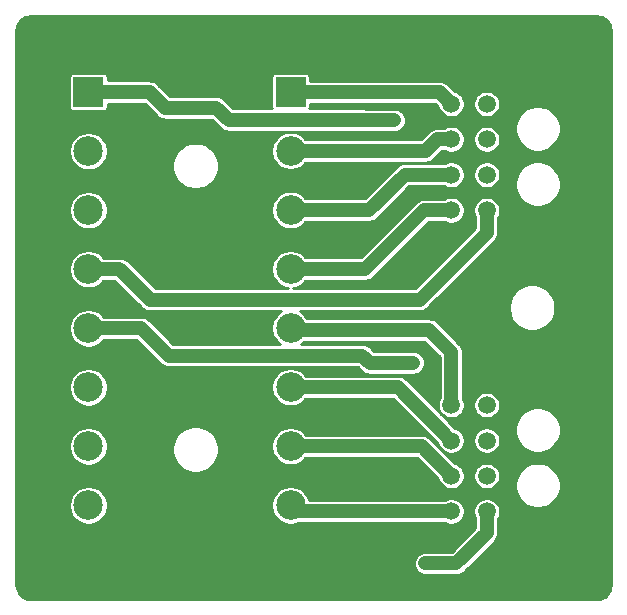
<source format=gtl>
%TF.GenerationSoftware,KiCad,Pcbnew,5.1.5+dfsg1-2build2*%
%TF.CreationDate,2021-01-07T13:00:26+01:00*%
%TF.ProjectId,TopConnectionBoard-ConnectorBoard,546f7043-6f6e-46e6-9563-74696f6e426f,rev?*%
%TF.SameCoordinates,Original*%
%TF.FileFunction,Copper,L1,Top*%
%TF.FilePolarity,Positive*%
%FSLAX46Y46*%
G04 Gerber Fmt 4.6, Leading zero omitted, Abs format (unit mm)*
G04 Created by KiCad (PCBNEW 5.1.5+dfsg1-2build2) date 2021-01-07 13:00:26*
%MOMM*%
%LPD*%
G04 APERTURE LIST*
%ADD10C,1.500000*%
%ADD11C,2.500000*%
%ADD12R,2.500000X2.500000*%
%ADD13C,0.685800*%
%ADD14C,1.200000*%
%ADD15C,0.254000*%
G04 APERTURE END LIST*
D10*
X153159200Y-92750000D03*
X156159200Y-92750000D03*
X156159200Y-95750000D03*
X153159200Y-95750000D03*
X153159200Y-98750000D03*
X156159200Y-98750000D03*
X153159200Y-101750000D03*
X156159200Y-101750000D03*
X156159200Y-127250000D03*
X153159200Y-127250000D03*
X156159200Y-124250000D03*
X153159200Y-124250000D03*
X153159200Y-121250000D03*
X156159200Y-121250000D03*
X156159200Y-118250000D03*
X153159200Y-118250000D03*
D11*
X122440700Y-126744800D03*
X122440700Y-121744800D03*
X122440700Y-116744800D03*
X122440700Y-111744800D03*
X122440700Y-106744800D03*
X122440700Y-101744800D03*
X122440700Y-96744800D03*
D12*
X122440700Y-91744800D03*
X139547600Y-91732100D03*
D11*
X139547600Y-96732100D03*
X139547600Y-101732100D03*
X139547600Y-106732100D03*
X139547600Y-111732100D03*
X139547600Y-116732100D03*
X139547600Y-121732100D03*
X139547600Y-126732100D03*
D13*
X153593800Y-131648200D03*
X152679400Y-131648200D03*
X151752300Y-131648200D03*
X150977600Y-131648200D03*
X148348700Y-94132400D03*
X147497800Y-94132400D03*
X146659600Y-94132400D03*
X145745200Y-94132400D03*
X148983700Y-114681000D03*
X148209000Y-114681000D03*
X147497800Y-114681000D03*
X149923500Y-114655600D03*
D14*
X153593800Y-131648200D02*
X152679400Y-131648200D01*
X152679400Y-131648200D02*
X151752300Y-131648200D01*
X151752300Y-131648200D02*
X150977600Y-131648200D01*
X150977600Y-131648200D02*
X150964900Y-131648200D01*
X156159200Y-129082800D02*
X153593800Y-131648200D01*
X156159200Y-127250000D02*
X156159200Y-129082800D01*
X122440700Y-91744800D02*
X127583100Y-91744800D01*
X145745200Y-94132400D02*
X148348700Y-94132400D01*
X145732500Y-94119700D02*
X145745200Y-94132400D01*
X133273800Y-93091000D02*
X134302500Y-94119700D01*
X128929300Y-93091000D02*
X133273800Y-93091000D01*
X134302500Y-94119700D02*
X145732500Y-94119700D01*
X127621200Y-91782900D02*
X128929300Y-93091000D01*
X125171200Y-91782900D02*
X127621200Y-91782900D01*
X148983700Y-114681000D02*
X149948900Y-114681000D01*
X125133100Y-111744800D02*
X122440700Y-111744800D01*
X129227466Y-114071400D02*
X126900866Y-111744800D01*
X145630900Y-114071400D02*
X129227466Y-114071400D01*
X126900866Y-111744800D02*
X125133100Y-111744800D01*
X146240500Y-114681000D02*
X145630900Y-114071400D01*
X148983700Y-114681000D02*
X146240500Y-114681000D01*
X125171200Y-106782900D02*
X127582900Y-109194600D01*
X125045500Y-106744800D02*
X127635000Y-109334300D01*
X122440700Y-106744800D02*
X125045500Y-106744800D01*
X127582900Y-109194600D02*
X127635000Y-109334300D01*
X156159200Y-103657400D02*
X156159200Y-102103700D01*
X150482300Y-109334300D02*
X156159200Y-103657400D01*
X127635000Y-109334300D02*
X150482300Y-109334300D01*
X153159200Y-98750000D02*
X149204800Y-98750000D01*
X146222700Y-101732100D02*
X139547600Y-101732100D01*
X149204800Y-98750000D02*
X146222700Y-101732100D01*
X151976200Y-95750000D02*
X153159200Y-95750000D01*
X150994100Y-96732100D02*
X151976200Y-95750000D01*
X139547600Y-96732100D02*
X150994100Y-96732100D01*
X141315366Y-106732100D02*
X139547600Y-106732100D01*
X145896300Y-106732100D02*
X141315366Y-106732100D01*
X150878400Y-101750000D02*
X145896300Y-106732100D01*
X153159200Y-101750000D02*
X150878400Y-101750000D01*
X139715200Y-111899700D02*
X139547600Y-111732100D01*
X151282400Y-111899700D02*
X139715200Y-111899700D01*
X153159200Y-113776500D02*
X151282400Y-111899700D01*
X153159200Y-116004600D02*
X153159200Y-118179990D01*
X153159200Y-116636800D02*
X153159200Y-116004600D01*
X153159200Y-116004600D02*
X153159200Y-113776500D01*
X148641300Y-116732100D02*
X153159200Y-121250000D01*
X139547600Y-116732100D02*
X148641300Y-116732100D01*
X150641300Y-121732100D02*
X153159200Y-124250000D01*
X139547600Y-121732100D02*
X150641300Y-121732100D01*
X139585700Y-91770200D02*
X139547600Y-91732100D01*
X152179400Y-91770200D02*
X139585700Y-91770200D01*
X153159200Y-92750000D02*
X152179400Y-91770200D01*
X140065500Y-127250000D02*
X139547600Y-126732100D01*
X153159200Y-127250000D02*
X140065500Y-127250000D01*
D15*
G36*
X165724427Y-85366549D02*
G01*
X165940309Y-85431728D01*
X166139421Y-85537598D01*
X166314171Y-85680121D01*
X166457917Y-85853880D01*
X166565172Y-86052243D01*
X166631855Y-86267661D01*
X166657100Y-86507854D01*
X166657101Y-133483214D01*
X166633450Y-133724430D01*
X166568272Y-133940309D01*
X166462402Y-134139421D01*
X166319877Y-134314174D01*
X166146121Y-134457917D01*
X165947757Y-134565172D01*
X165732339Y-134631855D01*
X165492146Y-134657100D01*
X117516776Y-134657100D01*
X117275570Y-134633450D01*
X117059691Y-134568272D01*
X116860579Y-134462402D01*
X116685826Y-134319877D01*
X116542083Y-134146121D01*
X116434828Y-133947757D01*
X116368145Y-133732339D01*
X116342900Y-133492146D01*
X116342900Y-131648200D01*
X149979154Y-131648200D01*
X149998095Y-131840510D01*
X150054189Y-132025429D01*
X150145282Y-132195851D01*
X150267872Y-132345228D01*
X150417249Y-132467818D01*
X150587671Y-132558911D01*
X150772590Y-132615005D01*
X150916713Y-132629200D01*
X153545614Y-132629200D01*
X153593800Y-132633946D01*
X153641986Y-132629200D01*
X153641987Y-132629200D01*
X153786110Y-132615005D01*
X153971029Y-132558911D01*
X154141451Y-132467818D01*
X154290828Y-132345228D01*
X154321550Y-132307793D01*
X156818793Y-129810550D01*
X156856228Y-129779828D01*
X156978818Y-129630451D01*
X157069911Y-129460029D01*
X157126005Y-129275110D01*
X157140200Y-129130987D01*
X157140200Y-129130985D01*
X157144946Y-129082801D01*
X157140200Y-129034617D01*
X157140200Y-127817575D01*
X157161479Y-127785729D01*
X157246736Y-127579900D01*
X157290200Y-127361394D01*
X157290200Y-127138606D01*
X157246736Y-126920100D01*
X157161479Y-126714271D01*
X157037705Y-126529030D01*
X156880170Y-126371495D01*
X156694929Y-126247721D01*
X156489100Y-126162464D01*
X156270594Y-126119000D01*
X156047806Y-126119000D01*
X155829300Y-126162464D01*
X155623471Y-126247721D01*
X155438230Y-126371495D01*
X155280695Y-126529030D01*
X155156921Y-126714271D01*
X155071664Y-126920100D01*
X155028200Y-127138606D01*
X155028200Y-127361394D01*
X155071664Y-127579900D01*
X155156921Y-127785729D01*
X155178200Y-127817576D01*
X155178201Y-128676456D01*
X153187457Y-130667200D01*
X150916713Y-130667200D01*
X150772590Y-130681395D01*
X150587671Y-130737489D01*
X150417249Y-130828582D01*
X150267872Y-130951172D01*
X150145282Y-131100549D01*
X150054189Y-131270971D01*
X149998095Y-131455890D01*
X149979154Y-131648200D01*
X116342900Y-131648200D01*
X116342900Y-126584160D01*
X120809700Y-126584160D01*
X120809700Y-126905440D01*
X120872378Y-127220545D01*
X120995326Y-127517368D01*
X121173819Y-127784502D01*
X121400998Y-128011681D01*
X121668132Y-128190174D01*
X121964955Y-128313122D01*
X122280060Y-128375800D01*
X122601340Y-128375800D01*
X122916445Y-128313122D01*
X123213268Y-128190174D01*
X123480402Y-128011681D01*
X123707581Y-127784502D01*
X123886074Y-127517368D01*
X124009022Y-127220545D01*
X124071700Y-126905440D01*
X124071700Y-126584160D01*
X124069174Y-126571460D01*
X137916600Y-126571460D01*
X137916600Y-126892740D01*
X137979278Y-127207845D01*
X138102226Y-127504668D01*
X138280719Y-127771802D01*
X138507898Y-127998981D01*
X138775032Y-128177474D01*
X139071855Y-128300422D01*
X139386960Y-128363100D01*
X139708240Y-128363100D01*
X140023345Y-128300422D01*
X140190945Y-128231000D01*
X152591625Y-128231000D01*
X152623471Y-128252279D01*
X152829300Y-128337536D01*
X153047806Y-128381000D01*
X153270594Y-128381000D01*
X153489100Y-128337536D01*
X153694929Y-128252279D01*
X153880170Y-128128505D01*
X154037705Y-127970970D01*
X154161479Y-127785729D01*
X154246736Y-127579900D01*
X154290200Y-127361394D01*
X154290200Y-127138606D01*
X154246736Y-126920100D01*
X154161479Y-126714271D01*
X154037705Y-126529030D01*
X153880170Y-126371495D01*
X153694929Y-126247721D01*
X153489100Y-126162464D01*
X153270594Y-126119000D01*
X153047806Y-126119000D01*
X152829300Y-126162464D01*
X152623471Y-126247721D01*
X152591625Y-126269000D01*
X141118437Y-126269000D01*
X141115922Y-126256355D01*
X140992974Y-125959532D01*
X140814481Y-125692398D01*
X140587302Y-125465219D01*
X140320168Y-125286726D01*
X140023345Y-125163778D01*
X139708240Y-125101100D01*
X139386960Y-125101100D01*
X139071855Y-125163778D01*
X138775032Y-125286726D01*
X138507898Y-125465219D01*
X138280719Y-125692398D01*
X138102226Y-125959532D01*
X137979278Y-126256355D01*
X137916600Y-126571460D01*
X124069174Y-126571460D01*
X124009022Y-126269055D01*
X123886074Y-125972232D01*
X123707581Y-125705098D01*
X123480402Y-125477919D01*
X123213268Y-125299426D01*
X122916445Y-125176478D01*
X122601340Y-125113800D01*
X122280060Y-125113800D01*
X121964955Y-125176478D01*
X121668132Y-125299426D01*
X121400998Y-125477919D01*
X121173819Y-125705098D01*
X120995326Y-125972232D01*
X120872378Y-126269055D01*
X120809700Y-126584160D01*
X116342900Y-126584160D01*
X116342900Y-121584160D01*
X120809700Y-121584160D01*
X120809700Y-121905440D01*
X120872378Y-122220545D01*
X120995326Y-122517368D01*
X121173819Y-122784502D01*
X121400998Y-123011681D01*
X121668132Y-123190174D01*
X121964955Y-123313122D01*
X122280060Y-123375800D01*
X122601340Y-123375800D01*
X122916445Y-123313122D01*
X123213268Y-123190174D01*
X123480402Y-123011681D01*
X123707581Y-122784502D01*
X123886074Y-122517368D01*
X124009022Y-122220545D01*
X124071700Y-121905440D01*
X124071700Y-121804889D01*
X129519000Y-121804889D01*
X129519000Y-122195111D01*
X129595129Y-122577836D01*
X129744461Y-122938355D01*
X129961257Y-123262814D01*
X130237186Y-123538743D01*
X130561645Y-123755539D01*
X130922164Y-123904871D01*
X131304889Y-123981000D01*
X131695111Y-123981000D01*
X132077836Y-123904871D01*
X132438355Y-123755539D01*
X132762814Y-123538743D01*
X133038743Y-123262814D01*
X133255539Y-122938355D01*
X133404871Y-122577836D01*
X133481000Y-122195111D01*
X133481000Y-121804889D01*
X133434568Y-121571460D01*
X137916600Y-121571460D01*
X137916600Y-121892740D01*
X137979278Y-122207845D01*
X138102226Y-122504668D01*
X138280719Y-122771802D01*
X138507898Y-122998981D01*
X138775032Y-123177474D01*
X139071855Y-123300422D01*
X139386960Y-123363100D01*
X139708240Y-123363100D01*
X140023345Y-123300422D01*
X140320168Y-123177474D01*
X140587302Y-122998981D01*
X140814481Y-122771802D01*
X140853704Y-122713100D01*
X150234957Y-122713100D01*
X152064192Y-124542335D01*
X152071664Y-124579900D01*
X152156921Y-124785729D01*
X152280695Y-124970970D01*
X152438230Y-125128505D01*
X152623471Y-125252279D01*
X152829300Y-125337536D01*
X153047806Y-125381000D01*
X153270594Y-125381000D01*
X153489100Y-125337536D01*
X153694929Y-125252279D01*
X153880170Y-125128505D01*
X154037705Y-124970970D01*
X154161479Y-124785729D01*
X154246736Y-124579900D01*
X154290200Y-124361394D01*
X154290200Y-124138606D01*
X155028200Y-124138606D01*
X155028200Y-124361394D01*
X155071664Y-124579900D01*
X155156921Y-124785729D01*
X155280695Y-124970970D01*
X155438230Y-125128505D01*
X155623471Y-125252279D01*
X155829300Y-125337536D01*
X156047806Y-125381000D01*
X156270594Y-125381000D01*
X156489100Y-125337536D01*
X156694929Y-125252279D01*
X156880170Y-125128505D01*
X157037705Y-124970970D01*
X157111977Y-124859813D01*
X158548200Y-124859813D01*
X158548200Y-125240187D01*
X158622408Y-125613252D01*
X158767970Y-125964671D01*
X158979295Y-126280941D01*
X159248259Y-126549905D01*
X159564529Y-126761230D01*
X159915948Y-126906792D01*
X160289013Y-126981000D01*
X160669387Y-126981000D01*
X161042452Y-126906792D01*
X161393871Y-126761230D01*
X161710141Y-126549905D01*
X161979105Y-126280941D01*
X162190430Y-125964671D01*
X162335992Y-125613252D01*
X162410200Y-125240187D01*
X162410200Y-124859813D01*
X162335992Y-124486748D01*
X162190430Y-124135329D01*
X161979105Y-123819059D01*
X161710141Y-123550095D01*
X161393871Y-123338770D01*
X161042452Y-123193208D01*
X160669387Y-123119000D01*
X160289013Y-123119000D01*
X159915948Y-123193208D01*
X159564529Y-123338770D01*
X159248259Y-123550095D01*
X158979295Y-123819059D01*
X158767970Y-124135329D01*
X158622408Y-124486748D01*
X158548200Y-124859813D01*
X157111977Y-124859813D01*
X157161479Y-124785729D01*
X157246736Y-124579900D01*
X157290200Y-124361394D01*
X157290200Y-124138606D01*
X157246736Y-123920100D01*
X157161479Y-123714271D01*
X157037705Y-123529030D01*
X156880170Y-123371495D01*
X156694929Y-123247721D01*
X156489100Y-123162464D01*
X156270594Y-123119000D01*
X156047806Y-123119000D01*
X155829300Y-123162464D01*
X155623471Y-123247721D01*
X155438230Y-123371495D01*
X155280695Y-123529030D01*
X155156921Y-123714271D01*
X155071664Y-123920100D01*
X155028200Y-124138606D01*
X154290200Y-124138606D01*
X154246736Y-123920100D01*
X154161479Y-123714271D01*
X154037705Y-123529030D01*
X153880170Y-123371495D01*
X153694929Y-123247721D01*
X153489100Y-123162464D01*
X153451535Y-123154992D01*
X151369050Y-121072507D01*
X151338328Y-121035072D01*
X151188951Y-120912482D01*
X151018529Y-120821389D01*
X150833610Y-120765295D01*
X150689487Y-120751100D01*
X150689486Y-120751100D01*
X150641300Y-120746354D01*
X150593114Y-120751100D01*
X140853704Y-120751100D01*
X140814481Y-120692398D01*
X140587302Y-120465219D01*
X140320168Y-120286726D01*
X140023345Y-120163778D01*
X139708240Y-120101100D01*
X139386960Y-120101100D01*
X139071855Y-120163778D01*
X138775032Y-120286726D01*
X138507898Y-120465219D01*
X138280719Y-120692398D01*
X138102226Y-120959532D01*
X137979278Y-121256355D01*
X137916600Y-121571460D01*
X133434568Y-121571460D01*
X133404871Y-121422164D01*
X133255539Y-121061645D01*
X133038743Y-120737186D01*
X132762814Y-120461257D01*
X132438355Y-120244461D01*
X132077836Y-120095129D01*
X131695111Y-120019000D01*
X131304889Y-120019000D01*
X130922164Y-120095129D01*
X130561645Y-120244461D01*
X130237186Y-120461257D01*
X129961257Y-120737186D01*
X129744461Y-121061645D01*
X129595129Y-121422164D01*
X129519000Y-121804889D01*
X124071700Y-121804889D01*
X124071700Y-121584160D01*
X124009022Y-121269055D01*
X123886074Y-120972232D01*
X123707581Y-120705098D01*
X123480402Y-120477919D01*
X123213268Y-120299426D01*
X122916445Y-120176478D01*
X122601340Y-120113800D01*
X122280060Y-120113800D01*
X121964955Y-120176478D01*
X121668132Y-120299426D01*
X121400998Y-120477919D01*
X121173819Y-120705098D01*
X120995326Y-120972232D01*
X120872378Y-121269055D01*
X120809700Y-121584160D01*
X116342900Y-121584160D01*
X116342900Y-116584160D01*
X120809700Y-116584160D01*
X120809700Y-116905440D01*
X120872378Y-117220545D01*
X120995326Y-117517368D01*
X121173819Y-117784502D01*
X121400998Y-118011681D01*
X121668132Y-118190174D01*
X121964955Y-118313122D01*
X122280060Y-118375800D01*
X122601340Y-118375800D01*
X122916445Y-118313122D01*
X123213268Y-118190174D01*
X123480402Y-118011681D01*
X123707581Y-117784502D01*
X123886074Y-117517368D01*
X124009022Y-117220545D01*
X124071700Y-116905440D01*
X124071700Y-116584160D01*
X124069174Y-116571460D01*
X137916600Y-116571460D01*
X137916600Y-116892740D01*
X137979278Y-117207845D01*
X138102226Y-117504668D01*
X138280719Y-117771802D01*
X138507898Y-117998981D01*
X138775032Y-118177474D01*
X139071855Y-118300422D01*
X139386960Y-118363100D01*
X139708240Y-118363100D01*
X140023345Y-118300422D01*
X140320168Y-118177474D01*
X140587302Y-117998981D01*
X140814481Y-117771802D01*
X140853704Y-117713100D01*
X148234957Y-117713100D01*
X152064192Y-121542335D01*
X152071664Y-121579900D01*
X152156921Y-121785729D01*
X152280695Y-121970970D01*
X152438230Y-122128505D01*
X152623471Y-122252279D01*
X152829300Y-122337536D01*
X153047806Y-122381000D01*
X153270594Y-122381000D01*
X153489100Y-122337536D01*
X153694929Y-122252279D01*
X153880170Y-122128505D01*
X154037705Y-121970970D01*
X154161479Y-121785729D01*
X154246736Y-121579900D01*
X154290200Y-121361394D01*
X154290200Y-121138606D01*
X155028200Y-121138606D01*
X155028200Y-121361394D01*
X155071664Y-121579900D01*
X155156921Y-121785729D01*
X155280695Y-121970970D01*
X155438230Y-122128505D01*
X155623471Y-122252279D01*
X155829300Y-122337536D01*
X156047806Y-122381000D01*
X156270594Y-122381000D01*
X156489100Y-122337536D01*
X156694929Y-122252279D01*
X156880170Y-122128505D01*
X157037705Y-121970970D01*
X157161479Y-121785729D01*
X157246736Y-121579900D01*
X157290200Y-121361394D01*
X157290200Y-121138606D01*
X157246736Y-120920100D01*
X157161479Y-120714271D01*
X157037705Y-120529030D01*
X156880170Y-120371495D01*
X156694929Y-120247721D01*
X156489100Y-120162464D01*
X156475773Y-120159813D01*
X158548200Y-120159813D01*
X158548200Y-120540187D01*
X158622408Y-120913252D01*
X158767970Y-121264671D01*
X158979295Y-121580941D01*
X159248259Y-121849905D01*
X159564529Y-122061230D01*
X159915948Y-122206792D01*
X160289013Y-122281000D01*
X160669387Y-122281000D01*
X161042452Y-122206792D01*
X161393871Y-122061230D01*
X161710141Y-121849905D01*
X161979105Y-121580941D01*
X162190430Y-121264671D01*
X162335992Y-120913252D01*
X162410200Y-120540187D01*
X162410200Y-120159813D01*
X162335992Y-119786748D01*
X162190430Y-119435329D01*
X161979105Y-119119059D01*
X161710141Y-118850095D01*
X161393871Y-118638770D01*
X161042452Y-118493208D01*
X160669387Y-118419000D01*
X160289013Y-118419000D01*
X159915948Y-118493208D01*
X159564529Y-118638770D01*
X159248259Y-118850095D01*
X158979295Y-119119059D01*
X158767970Y-119435329D01*
X158622408Y-119786748D01*
X158548200Y-120159813D01*
X156475773Y-120159813D01*
X156270594Y-120119000D01*
X156047806Y-120119000D01*
X155829300Y-120162464D01*
X155623471Y-120247721D01*
X155438230Y-120371495D01*
X155280695Y-120529030D01*
X155156921Y-120714271D01*
X155071664Y-120920100D01*
X155028200Y-121138606D01*
X154290200Y-121138606D01*
X154246736Y-120920100D01*
X154161479Y-120714271D01*
X154037705Y-120529030D01*
X153880170Y-120371495D01*
X153694929Y-120247721D01*
X153489100Y-120162464D01*
X153451535Y-120154992D01*
X149369050Y-116072507D01*
X149338328Y-116035072D01*
X149188951Y-115912482D01*
X149018529Y-115821389D01*
X148833610Y-115765295D01*
X148689487Y-115751100D01*
X148689486Y-115751100D01*
X148641300Y-115746354D01*
X148593114Y-115751100D01*
X140853704Y-115751100D01*
X140814481Y-115692398D01*
X140587302Y-115465219D01*
X140320168Y-115286726D01*
X140023345Y-115163778D01*
X139708240Y-115101100D01*
X139386960Y-115101100D01*
X139071855Y-115163778D01*
X138775032Y-115286726D01*
X138507898Y-115465219D01*
X138280719Y-115692398D01*
X138102226Y-115959532D01*
X137979278Y-116256355D01*
X137916600Y-116571460D01*
X124069174Y-116571460D01*
X124009022Y-116269055D01*
X123886074Y-115972232D01*
X123707581Y-115705098D01*
X123480402Y-115477919D01*
X123213268Y-115299426D01*
X122916445Y-115176478D01*
X122601340Y-115113800D01*
X122280060Y-115113800D01*
X121964955Y-115176478D01*
X121668132Y-115299426D01*
X121400998Y-115477919D01*
X121173819Y-115705098D01*
X120995326Y-115972232D01*
X120872378Y-116269055D01*
X120809700Y-116584160D01*
X116342900Y-116584160D01*
X116342900Y-106584160D01*
X120809700Y-106584160D01*
X120809700Y-106905440D01*
X120872378Y-107220545D01*
X120995326Y-107517368D01*
X121173819Y-107784502D01*
X121400998Y-108011681D01*
X121668132Y-108190174D01*
X121964955Y-108313122D01*
X122280060Y-108375800D01*
X122601340Y-108375800D01*
X122916445Y-108313122D01*
X123213268Y-108190174D01*
X123480402Y-108011681D01*
X123707581Y-107784502D01*
X123746804Y-107725800D01*
X124639157Y-107725800D01*
X126894818Y-109981462D01*
X126913515Y-110005981D01*
X126926763Y-110017670D01*
X126937972Y-110031328D01*
X126975401Y-110062045D01*
X126999116Y-110081507D01*
X127058417Y-110133829D01*
X127073689Y-110142708D01*
X127087349Y-110153918D01*
X127157113Y-110191208D01*
X127225476Y-110230952D01*
X127242185Y-110236680D01*
X127257771Y-110245011D01*
X127333480Y-110267977D01*
X127408274Y-110293617D01*
X127425780Y-110295975D01*
X127442690Y-110301105D01*
X127521400Y-110308857D01*
X127599782Y-110319417D01*
X127617417Y-110318314D01*
X127634999Y-110320046D01*
X127683186Y-110315300D01*
X138732268Y-110315300D01*
X138507898Y-110465219D01*
X138280719Y-110692398D01*
X138102226Y-110959532D01*
X137979278Y-111256355D01*
X137916600Y-111571460D01*
X137916600Y-111892740D01*
X137979278Y-112207845D01*
X138102226Y-112504668D01*
X138280719Y-112771802D01*
X138507898Y-112998981D01*
X138644716Y-113090400D01*
X129633809Y-113090400D01*
X127628616Y-111085207D01*
X127597894Y-111047772D01*
X127448517Y-110925182D01*
X127278095Y-110834089D01*
X127093176Y-110777995D01*
X126949053Y-110763800D01*
X126949052Y-110763800D01*
X126900866Y-110759054D01*
X126852680Y-110763800D01*
X123746804Y-110763800D01*
X123707581Y-110705098D01*
X123480402Y-110477919D01*
X123213268Y-110299426D01*
X122916445Y-110176478D01*
X122601340Y-110113800D01*
X122280060Y-110113800D01*
X121964955Y-110176478D01*
X121668132Y-110299426D01*
X121400998Y-110477919D01*
X121173819Y-110705098D01*
X120995326Y-110972232D01*
X120872378Y-111269055D01*
X120809700Y-111584160D01*
X120809700Y-111905440D01*
X120872378Y-112220545D01*
X120995326Y-112517368D01*
X121173819Y-112784502D01*
X121400998Y-113011681D01*
X121668132Y-113190174D01*
X121964955Y-113313122D01*
X122280060Y-113375800D01*
X122601340Y-113375800D01*
X122916445Y-113313122D01*
X123213268Y-113190174D01*
X123480402Y-113011681D01*
X123707581Y-112784502D01*
X123746804Y-112725800D01*
X126494523Y-112725800D01*
X128499716Y-114730993D01*
X128530438Y-114768428D01*
X128679815Y-114891018D01*
X128850237Y-114982111D01*
X129035156Y-115038205D01*
X129179279Y-115052400D01*
X129179281Y-115052400D01*
X129227465Y-115057146D01*
X129275649Y-115052400D01*
X145224557Y-115052400D01*
X145512750Y-115340593D01*
X145543472Y-115378028D01*
X145639638Y-115456949D01*
X145692849Y-115500618D01*
X145863271Y-115591711D01*
X146048190Y-115647805D01*
X146240500Y-115666746D01*
X146288687Y-115662000D01*
X149997087Y-115662000D01*
X150141210Y-115647805D01*
X150326129Y-115591711D01*
X150496551Y-115500618D01*
X150645928Y-115378028D01*
X150768518Y-115228651D01*
X150859611Y-115058229D01*
X150915705Y-114873310D01*
X150934646Y-114681000D01*
X150915705Y-114488690D01*
X150859611Y-114303771D01*
X150768518Y-114133349D01*
X150645928Y-113983972D01*
X150496551Y-113861382D01*
X150326129Y-113770289D01*
X150141210Y-113714195D01*
X149997087Y-113700000D01*
X146646843Y-113700000D01*
X146358650Y-113411807D01*
X146327928Y-113374372D01*
X146178551Y-113251782D01*
X146008129Y-113160689D01*
X145823210Y-113104595D01*
X145679087Y-113090400D01*
X145679086Y-113090400D01*
X145630900Y-113085654D01*
X145582714Y-113090400D01*
X140450484Y-113090400D01*
X140587302Y-112998981D01*
X140705583Y-112880700D01*
X150876057Y-112880700D01*
X152178201Y-114182845D01*
X152178200Y-115956413D01*
X152178200Y-115956414D01*
X152178201Y-117682424D01*
X152156921Y-117714271D01*
X152071664Y-117920100D01*
X152028200Y-118138606D01*
X152028200Y-118361394D01*
X152071664Y-118579900D01*
X152156921Y-118785729D01*
X152280695Y-118970970D01*
X152438230Y-119128505D01*
X152623471Y-119252279D01*
X152829300Y-119337536D01*
X153047806Y-119381000D01*
X153270594Y-119381000D01*
X153489100Y-119337536D01*
X153694929Y-119252279D01*
X153880170Y-119128505D01*
X154037705Y-118970970D01*
X154161479Y-118785729D01*
X154246736Y-118579900D01*
X154290200Y-118361394D01*
X154290200Y-118138606D01*
X155028200Y-118138606D01*
X155028200Y-118361394D01*
X155071664Y-118579900D01*
X155156921Y-118785729D01*
X155280695Y-118970970D01*
X155438230Y-119128505D01*
X155623471Y-119252279D01*
X155829300Y-119337536D01*
X156047806Y-119381000D01*
X156270594Y-119381000D01*
X156489100Y-119337536D01*
X156694929Y-119252279D01*
X156880170Y-119128505D01*
X157037705Y-118970970D01*
X157161479Y-118785729D01*
X157246736Y-118579900D01*
X157290200Y-118361394D01*
X157290200Y-118138606D01*
X157246736Y-117920100D01*
X157161479Y-117714271D01*
X157037705Y-117529030D01*
X156880170Y-117371495D01*
X156694929Y-117247721D01*
X156489100Y-117162464D01*
X156270594Y-117119000D01*
X156047806Y-117119000D01*
X155829300Y-117162464D01*
X155623471Y-117247721D01*
X155438230Y-117371495D01*
X155280695Y-117529030D01*
X155156921Y-117714271D01*
X155071664Y-117920100D01*
X155028200Y-118138606D01*
X154290200Y-118138606D01*
X154246736Y-117920100D01*
X154161479Y-117714271D01*
X154140200Y-117682425D01*
X154140200Y-113824686D01*
X154144946Y-113776499D01*
X154126005Y-113584190D01*
X154069911Y-113399271D01*
X153978818Y-113228849D01*
X153886945Y-113116901D01*
X153856228Y-113079472D01*
X153818799Y-113048755D01*
X152010150Y-111240107D01*
X151979428Y-111202672D01*
X151830051Y-111080082D01*
X151659629Y-110988989D01*
X151474710Y-110932895D01*
X151330587Y-110918700D01*
X151330586Y-110918700D01*
X151282400Y-110913954D01*
X151234214Y-110918700D01*
X140965691Y-110918700D01*
X140814481Y-110692398D01*
X140587302Y-110465219D01*
X140362932Y-110315300D01*
X150434114Y-110315300D01*
X150482300Y-110320046D01*
X150530486Y-110315300D01*
X150530487Y-110315300D01*
X150674610Y-110301105D01*
X150859529Y-110245011D01*
X151029951Y-110153918D01*
X151179328Y-110031328D01*
X151210050Y-109993893D01*
X151399054Y-109804889D01*
X158019000Y-109804889D01*
X158019000Y-110195111D01*
X158095129Y-110577836D01*
X158244461Y-110938355D01*
X158461257Y-111262814D01*
X158737186Y-111538743D01*
X159061645Y-111755539D01*
X159422164Y-111904871D01*
X159804889Y-111981000D01*
X160195111Y-111981000D01*
X160577836Y-111904871D01*
X160938355Y-111755539D01*
X161262814Y-111538743D01*
X161538743Y-111262814D01*
X161755539Y-110938355D01*
X161904871Y-110577836D01*
X161981000Y-110195111D01*
X161981000Y-109804889D01*
X161904871Y-109422164D01*
X161755539Y-109061645D01*
X161538743Y-108737186D01*
X161262814Y-108461257D01*
X160938355Y-108244461D01*
X160577836Y-108095129D01*
X160195111Y-108019000D01*
X159804889Y-108019000D01*
X159422164Y-108095129D01*
X159061645Y-108244461D01*
X158737186Y-108461257D01*
X158461257Y-108737186D01*
X158244461Y-109061645D01*
X158095129Y-109422164D01*
X158019000Y-109804889D01*
X151399054Y-109804889D01*
X156818799Y-104385145D01*
X156856228Y-104354428D01*
X156978818Y-104205051D01*
X157069911Y-104034629D01*
X157126005Y-103849710D01*
X157140200Y-103705587D01*
X157140200Y-103705586D01*
X157144946Y-103657400D01*
X157140200Y-103609214D01*
X157140200Y-102317575D01*
X157161479Y-102285729D01*
X157246736Y-102079900D01*
X157290200Y-101861394D01*
X157290200Y-101638606D01*
X157246736Y-101420100D01*
X157161479Y-101214271D01*
X157037705Y-101029030D01*
X156880170Y-100871495D01*
X156694929Y-100747721D01*
X156489100Y-100662464D01*
X156270594Y-100619000D01*
X156047806Y-100619000D01*
X155829300Y-100662464D01*
X155623471Y-100747721D01*
X155438230Y-100871495D01*
X155280695Y-101029030D01*
X155156921Y-101214271D01*
X155071664Y-101420100D01*
X155028200Y-101638606D01*
X155028200Y-101861394D01*
X155071664Y-102079900D01*
X155156921Y-102285729D01*
X155178201Y-102317577D01*
X155178200Y-103251056D01*
X150075957Y-108353300D01*
X139757508Y-108353300D01*
X140023345Y-108300422D01*
X140320168Y-108177474D01*
X140587302Y-107998981D01*
X140814481Y-107771802D01*
X140853704Y-107713100D01*
X145848114Y-107713100D01*
X145896300Y-107717846D01*
X145944486Y-107713100D01*
X145944487Y-107713100D01*
X146088610Y-107698905D01*
X146273529Y-107642811D01*
X146443951Y-107551718D01*
X146593328Y-107429128D01*
X146624050Y-107391693D01*
X151284743Y-102731000D01*
X152591625Y-102731000D01*
X152623471Y-102752279D01*
X152829300Y-102837536D01*
X153047806Y-102881000D01*
X153270594Y-102881000D01*
X153489100Y-102837536D01*
X153694929Y-102752279D01*
X153880170Y-102628505D01*
X154037705Y-102470970D01*
X154161479Y-102285729D01*
X154246736Y-102079900D01*
X154290200Y-101861394D01*
X154290200Y-101638606D01*
X154246736Y-101420100D01*
X154161479Y-101214271D01*
X154037705Y-101029030D01*
X153880170Y-100871495D01*
X153694929Y-100747721D01*
X153489100Y-100662464D01*
X153270594Y-100619000D01*
X153047806Y-100619000D01*
X152829300Y-100662464D01*
X152623471Y-100747721D01*
X152591625Y-100769000D01*
X150926583Y-100769000D01*
X150878399Y-100764254D01*
X150830215Y-100769000D01*
X150830213Y-100769000D01*
X150686090Y-100783195D01*
X150501171Y-100839289D01*
X150330749Y-100930382D01*
X150181372Y-101052972D01*
X150150650Y-101090407D01*
X145489957Y-105751100D01*
X140853704Y-105751100D01*
X140814481Y-105692398D01*
X140587302Y-105465219D01*
X140320168Y-105286726D01*
X140023345Y-105163778D01*
X139708240Y-105101100D01*
X139386960Y-105101100D01*
X139071855Y-105163778D01*
X138775032Y-105286726D01*
X138507898Y-105465219D01*
X138280719Y-105692398D01*
X138102226Y-105959532D01*
X137979278Y-106256355D01*
X137916600Y-106571460D01*
X137916600Y-106892740D01*
X137979278Y-107207845D01*
X138102226Y-107504668D01*
X138280719Y-107771802D01*
X138507898Y-107998981D01*
X138775032Y-108177474D01*
X139071855Y-108300422D01*
X139337692Y-108353300D01*
X128128944Y-108353300D01*
X125830798Y-106055155D01*
X125718850Y-105963282D01*
X125548428Y-105872189D01*
X125363509Y-105816095D01*
X125363363Y-105816081D01*
X125237810Y-105777995D01*
X125093687Y-105763800D01*
X125093686Y-105763800D01*
X125045500Y-105759054D01*
X124997314Y-105763800D01*
X123746804Y-105763800D01*
X123707581Y-105705098D01*
X123480402Y-105477919D01*
X123213268Y-105299426D01*
X122916445Y-105176478D01*
X122601340Y-105113800D01*
X122280060Y-105113800D01*
X121964955Y-105176478D01*
X121668132Y-105299426D01*
X121400998Y-105477919D01*
X121173819Y-105705098D01*
X120995326Y-105972232D01*
X120872378Y-106269055D01*
X120809700Y-106584160D01*
X116342900Y-106584160D01*
X116342900Y-101584160D01*
X120809700Y-101584160D01*
X120809700Y-101905440D01*
X120872378Y-102220545D01*
X120995326Y-102517368D01*
X121173819Y-102784502D01*
X121400998Y-103011681D01*
X121668132Y-103190174D01*
X121964955Y-103313122D01*
X122280060Y-103375800D01*
X122601340Y-103375800D01*
X122916445Y-103313122D01*
X123213268Y-103190174D01*
X123480402Y-103011681D01*
X123707581Y-102784502D01*
X123886074Y-102517368D01*
X124009022Y-102220545D01*
X124071700Y-101905440D01*
X124071700Y-101584160D01*
X124069174Y-101571460D01*
X137916600Y-101571460D01*
X137916600Y-101892740D01*
X137979278Y-102207845D01*
X138102226Y-102504668D01*
X138280719Y-102771802D01*
X138507898Y-102998981D01*
X138775032Y-103177474D01*
X139071855Y-103300422D01*
X139386960Y-103363100D01*
X139708240Y-103363100D01*
X140023345Y-103300422D01*
X140320168Y-103177474D01*
X140587302Y-102998981D01*
X140814481Y-102771802D01*
X140853704Y-102713100D01*
X146174514Y-102713100D01*
X146222700Y-102717846D01*
X146270886Y-102713100D01*
X146270887Y-102713100D01*
X146415010Y-102698905D01*
X146599929Y-102642811D01*
X146770351Y-102551718D01*
X146919728Y-102429128D01*
X146950450Y-102391693D01*
X149611143Y-99731000D01*
X152591625Y-99731000D01*
X152623471Y-99752279D01*
X152829300Y-99837536D01*
X153047806Y-99881000D01*
X153270594Y-99881000D01*
X153489100Y-99837536D01*
X153694929Y-99752279D01*
X153880170Y-99628505D01*
X154037705Y-99470970D01*
X154161479Y-99285729D01*
X154246736Y-99079900D01*
X154290200Y-98861394D01*
X154290200Y-98638606D01*
X155028200Y-98638606D01*
X155028200Y-98861394D01*
X155071664Y-99079900D01*
X155156921Y-99285729D01*
X155280695Y-99470970D01*
X155438230Y-99628505D01*
X155623471Y-99752279D01*
X155829300Y-99837536D01*
X156047806Y-99881000D01*
X156270594Y-99881000D01*
X156489100Y-99837536D01*
X156694929Y-99752279D01*
X156880170Y-99628505D01*
X157037705Y-99470970D01*
X157111977Y-99359813D01*
X158548200Y-99359813D01*
X158548200Y-99740187D01*
X158622408Y-100113252D01*
X158767970Y-100464671D01*
X158979295Y-100780941D01*
X159248259Y-101049905D01*
X159564529Y-101261230D01*
X159915948Y-101406792D01*
X160289013Y-101481000D01*
X160669387Y-101481000D01*
X161042452Y-101406792D01*
X161393871Y-101261230D01*
X161710141Y-101049905D01*
X161979105Y-100780941D01*
X162190430Y-100464671D01*
X162335992Y-100113252D01*
X162410200Y-99740187D01*
X162410200Y-99359813D01*
X162335992Y-98986748D01*
X162190430Y-98635329D01*
X161979105Y-98319059D01*
X161710141Y-98050095D01*
X161393871Y-97838770D01*
X161042452Y-97693208D01*
X160669387Y-97619000D01*
X160289013Y-97619000D01*
X159915948Y-97693208D01*
X159564529Y-97838770D01*
X159248259Y-98050095D01*
X158979295Y-98319059D01*
X158767970Y-98635329D01*
X158622408Y-98986748D01*
X158548200Y-99359813D01*
X157111977Y-99359813D01*
X157161479Y-99285729D01*
X157246736Y-99079900D01*
X157290200Y-98861394D01*
X157290200Y-98638606D01*
X157246736Y-98420100D01*
X157161479Y-98214271D01*
X157037705Y-98029030D01*
X156880170Y-97871495D01*
X156694929Y-97747721D01*
X156489100Y-97662464D01*
X156270594Y-97619000D01*
X156047806Y-97619000D01*
X155829300Y-97662464D01*
X155623471Y-97747721D01*
X155438230Y-97871495D01*
X155280695Y-98029030D01*
X155156921Y-98214271D01*
X155071664Y-98420100D01*
X155028200Y-98638606D01*
X154290200Y-98638606D01*
X154246736Y-98420100D01*
X154161479Y-98214271D01*
X154037705Y-98029030D01*
X153880170Y-97871495D01*
X153694929Y-97747721D01*
X153489100Y-97662464D01*
X153270594Y-97619000D01*
X153047806Y-97619000D01*
X152829300Y-97662464D01*
X152623471Y-97747721D01*
X152591625Y-97769000D01*
X149252983Y-97769000D01*
X149204799Y-97764254D01*
X149156615Y-97769000D01*
X149156613Y-97769000D01*
X149012490Y-97783195D01*
X148827571Y-97839289D01*
X148657149Y-97930382D01*
X148507772Y-98052972D01*
X148477050Y-98090407D01*
X145816357Y-100751100D01*
X140853704Y-100751100D01*
X140814481Y-100692398D01*
X140587302Y-100465219D01*
X140320168Y-100286726D01*
X140023345Y-100163778D01*
X139708240Y-100101100D01*
X139386960Y-100101100D01*
X139071855Y-100163778D01*
X138775032Y-100286726D01*
X138507898Y-100465219D01*
X138280719Y-100692398D01*
X138102226Y-100959532D01*
X137979278Y-101256355D01*
X137916600Y-101571460D01*
X124069174Y-101571460D01*
X124009022Y-101269055D01*
X123886074Y-100972232D01*
X123707581Y-100705098D01*
X123480402Y-100477919D01*
X123213268Y-100299426D01*
X122916445Y-100176478D01*
X122601340Y-100113800D01*
X122280060Y-100113800D01*
X121964955Y-100176478D01*
X121668132Y-100299426D01*
X121400998Y-100477919D01*
X121173819Y-100705098D01*
X120995326Y-100972232D01*
X120872378Y-101269055D01*
X120809700Y-101584160D01*
X116342900Y-101584160D01*
X116342900Y-96584160D01*
X120809700Y-96584160D01*
X120809700Y-96905440D01*
X120872378Y-97220545D01*
X120995326Y-97517368D01*
X121173819Y-97784502D01*
X121400998Y-98011681D01*
X121668132Y-98190174D01*
X121964955Y-98313122D01*
X122280060Y-98375800D01*
X122601340Y-98375800D01*
X122916445Y-98313122D01*
X123213268Y-98190174D01*
X123480402Y-98011681D01*
X123687194Y-97804889D01*
X129519000Y-97804889D01*
X129519000Y-98195111D01*
X129595129Y-98577836D01*
X129744461Y-98938355D01*
X129961257Y-99262814D01*
X130237186Y-99538743D01*
X130561645Y-99755539D01*
X130922164Y-99904871D01*
X131304889Y-99981000D01*
X131695111Y-99981000D01*
X132077836Y-99904871D01*
X132438355Y-99755539D01*
X132762814Y-99538743D01*
X133038743Y-99262814D01*
X133255539Y-98938355D01*
X133404871Y-98577836D01*
X133481000Y-98195111D01*
X133481000Y-97804889D01*
X133404871Y-97422164D01*
X133255539Y-97061645D01*
X133038743Y-96737186D01*
X132873017Y-96571460D01*
X137916600Y-96571460D01*
X137916600Y-96892740D01*
X137979278Y-97207845D01*
X138102226Y-97504668D01*
X138280719Y-97771802D01*
X138507898Y-97998981D01*
X138775032Y-98177474D01*
X139071855Y-98300422D01*
X139386960Y-98363100D01*
X139708240Y-98363100D01*
X140023345Y-98300422D01*
X140320168Y-98177474D01*
X140587302Y-97998981D01*
X140814481Y-97771802D01*
X140853704Y-97713100D01*
X150945914Y-97713100D01*
X150994100Y-97717846D01*
X151042286Y-97713100D01*
X151042287Y-97713100D01*
X151186410Y-97698905D01*
X151371329Y-97642811D01*
X151541751Y-97551718D01*
X151691128Y-97429128D01*
X151721850Y-97391693D01*
X152382544Y-96731000D01*
X152591625Y-96731000D01*
X152623471Y-96752279D01*
X152829300Y-96837536D01*
X153047806Y-96881000D01*
X153270594Y-96881000D01*
X153489100Y-96837536D01*
X153694929Y-96752279D01*
X153880170Y-96628505D01*
X154037705Y-96470970D01*
X154161479Y-96285729D01*
X154246736Y-96079900D01*
X154290200Y-95861394D01*
X154290200Y-95638606D01*
X155028200Y-95638606D01*
X155028200Y-95861394D01*
X155071664Y-96079900D01*
X155156921Y-96285729D01*
X155280695Y-96470970D01*
X155438230Y-96628505D01*
X155623471Y-96752279D01*
X155829300Y-96837536D01*
X156047806Y-96881000D01*
X156270594Y-96881000D01*
X156489100Y-96837536D01*
X156694929Y-96752279D01*
X156880170Y-96628505D01*
X157037705Y-96470970D01*
X157161479Y-96285729D01*
X157246736Y-96079900D01*
X157290200Y-95861394D01*
X157290200Y-95638606D01*
X157246736Y-95420100D01*
X157161479Y-95214271D01*
X157037705Y-95029030D01*
X156880170Y-94871495D01*
X156694929Y-94747721D01*
X156489100Y-94662464D01*
X156475773Y-94659813D01*
X158548200Y-94659813D01*
X158548200Y-95040187D01*
X158622408Y-95413252D01*
X158767970Y-95764671D01*
X158979295Y-96080941D01*
X159248259Y-96349905D01*
X159564529Y-96561230D01*
X159915948Y-96706792D01*
X160289013Y-96781000D01*
X160669387Y-96781000D01*
X161042452Y-96706792D01*
X161393871Y-96561230D01*
X161710141Y-96349905D01*
X161979105Y-96080941D01*
X162190430Y-95764671D01*
X162335992Y-95413252D01*
X162410200Y-95040187D01*
X162410200Y-94659813D01*
X162335992Y-94286748D01*
X162190430Y-93935329D01*
X161979105Y-93619059D01*
X161710141Y-93350095D01*
X161393871Y-93138770D01*
X161042452Y-92993208D01*
X160669387Y-92919000D01*
X160289013Y-92919000D01*
X159915948Y-92993208D01*
X159564529Y-93138770D01*
X159248259Y-93350095D01*
X158979295Y-93619059D01*
X158767970Y-93935329D01*
X158622408Y-94286748D01*
X158548200Y-94659813D01*
X156475773Y-94659813D01*
X156270594Y-94619000D01*
X156047806Y-94619000D01*
X155829300Y-94662464D01*
X155623471Y-94747721D01*
X155438230Y-94871495D01*
X155280695Y-95029030D01*
X155156921Y-95214271D01*
X155071664Y-95420100D01*
X155028200Y-95638606D01*
X154290200Y-95638606D01*
X154246736Y-95420100D01*
X154161479Y-95214271D01*
X154037705Y-95029030D01*
X153880170Y-94871495D01*
X153694929Y-94747721D01*
X153489100Y-94662464D01*
X153270594Y-94619000D01*
X153047806Y-94619000D01*
X152829300Y-94662464D01*
X152623471Y-94747721D01*
X152591625Y-94769000D01*
X152024386Y-94769000D01*
X151976199Y-94764254D01*
X151783890Y-94783195D01*
X151598971Y-94839289D01*
X151428549Y-94930382D01*
X151279172Y-95052972D01*
X151248454Y-95090402D01*
X150587757Y-95751100D01*
X140853704Y-95751100D01*
X140814481Y-95692398D01*
X140587302Y-95465219D01*
X140320168Y-95286726D01*
X140023345Y-95163778D01*
X139708240Y-95101100D01*
X139386960Y-95101100D01*
X139071855Y-95163778D01*
X138775032Y-95286726D01*
X138507898Y-95465219D01*
X138280719Y-95692398D01*
X138102226Y-95959532D01*
X137979278Y-96256355D01*
X137916600Y-96571460D01*
X132873017Y-96571460D01*
X132762814Y-96461257D01*
X132438355Y-96244461D01*
X132077836Y-96095129D01*
X131695111Y-96019000D01*
X131304889Y-96019000D01*
X130922164Y-96095129D01*
X130561645Y-96244461D01*
X130237186Y-96461257D01*
X129961257Y-96737186D01*
X129744461Y-97061645D01*
X129595129Y-97422164D01*
X129519000Y-97804889D01*
X123687194Y-97804889D01*
X123707581Y-97784502D01*
X123886074Y-97517368D01*
X124009022Y-97220545D01*
X124071700Y-96905440D01*
X124071700Y-96584160D01*
X124009022Y-96269055D01*
X123886074Y-95972232D01*
X123707581Y-95705098D01*
X123480402Y-95477919D01*
X123213268Y-95299426D01*
X122916445Y-95176478D01*
X122601340Y-95113800D01*
X122280060Y-95113800D01*
X121964955Y-95176478D01*
X121668132Y-95299426D01*
X121400998Y-95477919D01*
X121173819Y-95705098D01*
X120995326Y-95972232D01*
X120872378Y-96269055D01*
X120809700Y-96584160D01*
X116342900Y-96584160D01*
X116342900Y-90494800D01*
X120807857Y-90494800D01*
X120807857Y-92994800D01*
X120815213Y-93069489D01*
X120836999Y-93141308D01*
X120872378Y-93207496D01*
X120919989Y-93265511D01*
X120978004Y-93313122D01*
X121044192Y-93348501D01*
X121116011Y-93370287D01*
X121190700Y-93377643D01*
X123690700Y-93377643D01*
X123765389Y-93370287D01*
X123837208Y-93348501D01*
X123903396Y-93313122D01*
X123961411Y-93265511D01*
X124009022Y-93207496D01*
X124044401Y-93141308D01*
X124066187Y-93069489D01*
X124073543Y-92994800D01*
X124073543Y-92725800D01*
X124900085Y-92725800D01*
X124978890Y-92749705D01*
X125123013Y-92763900D01*
X127214857Y-92763900D01*
X128201554Y-93750598D01*
X128232272Y-93788028D01*
X128269701Y-93818745D01*
X128381649Y-93910618D01*
X128552071Y-94001711D01*
X128736990Y-94057805D01*
X128929300Y-94076746D01*
X128977486Y-94072000D01*
X132867457Y-94072000D01*
X133574750Y-94779293D01*
X133605472Y-94816728D01*
X133754849Y-94939318D01*
X133925271Y-95030411D01*
X134110190Y-95086505D01*
X134254313Y-95100700D01*
X134254315Y-95100700D01*
X134302499Y-95105446D01*
X134350683Y-95100700D01*
X145568069Y-95100700D01*
X145697013Y-95113400D01*
X145697014Y-95113400D01*
X145745200Y-95118146D01*
X145793387Y-95113400D01*
X148396887Y-95113400D01*
X148541010Y-95099205D01*
X148725929Y-95043111D01*
X148896351Y-94952018D01*
X149045728Y-94829428D01*
X149168318Y-94680051D01*
X149259411Y-94509629D01*
X149315505Y-94324710D01*
X149334446Y-94132400D01*
X149315505Y-93940090D01*
X149259411Y-93755171D01*
X149168318Y-93584749D01*
X149045728Y-93435372D01*
X148896351Y-93312782D01*
X148725929Y-93221689D01*
X148541010Y-93165595D01*
X148396887Y-93151400D01*
X145909631Y-93151400D01*
X145780687Y-93138700D01*
X145780686Y-93138700D01*
X145732500Y-93133954D01*
X145684314Y-93138700D01*
X141145907Y-93138700D01*
X141151301Y-93128608D01*
X141173087Y-93056789D01*
X141180443Y-92982100D01*
X141180443Y-92751200D01*
X151773057Y-92751200D01*
X152064192Y-93042335D01*
X152071664Y-93079900D01*
X152156921Y-93285729D01*
X152280695Y-93470970D01*
X152438230Y-93628505D01*
X152623471Y-93752279D01*
X152829300Y-93837536D01*
X153047806Y-93881000D01*
X153270594Y-93881000D01*
X153489100Y-93837536D01*
X153694929Y-93752279D01*
X153880170Y-93628505D01*
X154037705Y-93470970D01*
X154161479Y-93285729D01*
X154246736Y-93079900D01*
X154290200Y-92861394D01*
X154290200Y-92638606D01*
X155028200Y-92638606D01*
X155028200Y-92861394D01*
X155071664Y-93079900D01*
X155156921Y-93285729D01*
X155280695Y-93470970D01*
X155438230Y-93628505D01*
X155623471Y-93752279D01*
X155829300Y-93837536D01*
X156047806Y-93881000D01*
X156270594Y-93881000D01*
X156489100Y-93837536D01*
X156694929Y-93752279D01*
X156880170Y-93628505D01*
X157037705Y-93470970D01*
X157161479Y-93285729D01*
X157246736Y-93079900D01*
X157290200Y-92861394D01*
X157290200Y-92638606D01*
X157246736Y-92420100D01*
X157161479Y-92214271D01*
X157037705Y-92029030D01*
X156880170Y-91871495D01*
X156694929Y-91747721D01*
X156489100Y-91662464D01*
X156270594Y-91619000D01*
X156047806Y-91619000D01*
X155829300Y-91662464D01*
X155623471Y-91747721D01*
X155438230Y-91871495D01*
X155280695Y-92029030D01*
X155156921Y-92214271D01*
X155071664Y-92420100D01*
X155028200Y-92638606D01*
X154290200Y-92638606D01*
X154246736Y-92420100D01*
X154161479Y-92214271D01*
X154037705Y-92029030D01*
X153880170Y-91871495D01*
X153694929Y-91747721D01*
X153489100Y-91662464D01*
X153451535Y-91654992D01*
X152907150Y-91110607D01*
X152876428Y-91073172D01*
X152727051Y-90950582D01*
X152556629Y-90859489D01*
X152371710Y-90803395D01*
X152227587Y-90789200D01*
X152227586Y-90789200D01*
X152179400Y-90784454D01*
X152131214Y-90789200D01*
X141180443Y-90789200D01*
X141180443Y-90482100D01*
X141173087Y-90407411D01*
X141151301Y-90335592D01*
X141115922Y-90269404D01*
X141068311Y-90211389D01*
X141010296Y-90163778D01*
X140944108Y-90128399D01*
X140872289Y-90106613D01*
X140797600Y-90099257D01*
X138297600Y-90099257D01*
X138222911Y-90106613D01*
X138151092Y-90128399D01*
X138084904Y-90163778D01*
X138026889Y-90211389D01*
X137979278Y-90269404D01*
X137943899Y-90335592D01*
X137922113Y-90407411D01*
X137914757Y-90482100D01*
X137914757Y-92982100D01*
X137922113Y-93056789D01*
X137943899Y-93128608D01*
X137949293Y-93138700D01*
X134708843Y-93138700D01*
X134001550Y-92431407D01*
X133970828Y-92393972D01*
X133821451Y-92271382D01*
X133651029Y-92180289D01*
X133466110Y-92124195D01*
X133321987Y-92110000D01*
X133321986Y-92110000D01*
X133273800Y-92105254D01*
X133225614Y-92110000D01*
X129335644Y-92110000D01*
X128348950Y-91123307D01*
X128318228Y-91085872D01*
X128297302Y-91068698D01*
X128280128Y-91047772D01*
X128130751Y-90925182D01*
X127960329Y-90834089D01*
X127775410Y-90777995D01*
X127631287Y-90763800D01*
X124073543Y-90763800D01*
X124073543Y-90494800D01*
X124066187Y-90420111D01*
X124044401Y-90348292D01*
X124009022Y-90282104D01*
X123961411Y-90224089D01*
X123903396Y-90176478D01*
X123837208Y-90141099D01*
X123765389Y-90119313D01*
X123690700Y-90111957D01*
X121190700Y-90111957D01*
X121116011Y-90119313D01*
X121044192Y-90141099D01*
X120978004Y-90176478D01*
X120919989Y-90224089D01*
X120872378Y-90282104D01*
X120836999Y-90348292D01*
X120815213Y-90420111D01*
X120807857Y-90494800D01*
X116342900Y-90494800D01*
X116342900Y-86516775D01*
X116366549Y-86275573D01*
X116431728Y-86059691D01*
X116537598Y-85860579D01*
X116680121Y-85685829D01*
X116853880Y-85542083D01*
X117052243Y-85434828D01*
X117267661Y-85368145D01*
X117507854Y-85342900D01*
X165483225Y-85342900D01*
X165724427Y-85366549D01*
G37*
X165724427Y-85366549D02*
X165940309Y-85431728D01*
X166139421Y-85537598D01*
X166314171Y-85680121D01*
X166457917Y-85853880D01*
X166565172Y-86052243D01*
X166631855Y-86267661D01*
X166657100Y-86507854D01*
X166657101Y-133483214D01*
X166633450Y-133724430D01*
X166568272Y-133940309D01*
X166462402Y-134139421D01*
X166319877Y-134314174D01*
X166146121Y-134457917D01*
X165947757Y-134565172D01*
X165732339Y-134631855D01*
X165492146Y-134657100D01*
X117516776Y-134657100D01*
X117275570Y-134633450D01*
X117059691Y-134568272D01*
X116860579Y-134462402D01*
X116685826Y-134319877D01*
X116542083Y-134146121D01*
X116434828Y-133947757D01*
X116368145Y-133732339D01*
X116342900Y-133492146D01*
X116342900Y-131648200D01*
X149979154Y-131648200D01*
X149998095Y-131840510D01*
X150054189Y-132025429D01*
X150145282Y-132195851D01*
X150267872Y-132345228D01*
X150417249Y-132467818D01*
X150587671Y-132558911D01*
X150772590Y-132615005D01*
X150916713Y-132629200D01*
X153545614Y-132629200D01*
X153593800Y-132633946D01*
X153641986Y-132629200D01*
X153641987Y-132629200D01*
X153786110Y-132615005D01*
X153971029Y-132558911D01*
X154141451Y-132467818D01*
X154290828Y-132345228D01*
X154321550Y-132307793D01*
X156818793Y-129810550D01*
X156856228Y-129779828D01*
X156978818Y-129630451D01*
X157069911Y-129460029D01*
X157126005Y-129275110D01*
X157140200Y-129130987D01*
X157140200Y-129130985D01*
X157144946Y-129082801D01*
X157140200Y-129034617D01*
X157140200Y-127817575D01*
X157161479Y-127785729D01*
X157246736Y-127579900D01*
X157290200Y-127361394D01*
X157290200Y-127138606D01*
X157246736Y-126920100D01*
X157161479Y-126714271D01*
X157037705Y-126529030D01*
X156880170Y-126371495D01*
X156694929Y-126247721D01*
X156489100Y-126162464D01*
X156270594Y-126119000D01*
X156047806Y-126119000D01*
X155829300Y-126162464D01*
X155623471Y-126247721D01*
X155438230Y-126371495D01*
X155280695Y-126529030D01*
X155156921Y-126714271D01*
X155071664Y-126920100D01*
X155028200Y-127138606D01*
X155028200Y-127361394D01*
X155071664Y-127579900D01*
X155156921Y-127785729D01*
X155178200Y-127817576D01*
X155178201Y-128676456D01*
X153187457Y-130667200D01*
X150916713Y-130667200D01*
X150772590Y-130681395D01*
X150587671Y-130737489D01*
X150417249Y-130828582D01*
X150267872Y-130951172D01*
X150145282Y-131100549D01*
X150054189Y-131270971D01*
X149998095Y-131455890D01*
X149979154Y-131648200D01*
X116342900Y-131648200D01*
X116342900Y-126584160D01*
X120809700Y-126584160D01*
X120809700Y-126905440D01*
X120872378Y-127220545D01*
X120995326Y-127517368D01*
X121173819Y-127784502D01*
X121400998Y-128011681D01*
X121668132Y-128190174D01*
X121964955Y-128313122D01*
X122280060Y-128375800D01*
X122601340Y-128375800D01*
X122916445Y-128313122D01*
X123213268Y-128190174D01*
X123480402Y-128011681D01*
X123707581Y-127784502D01*
X123886074Y-127517368D01*
X124009022Y-127220545D01*
X124071700Y-126905440D01*
X124071700Y-126584160D01*
X124069174Y-126571460D01*
X137916600Y-126571460D01*
X137916600Y-126892740D01*
X137979278Y-127207845D01*
X138102226Y-127504668D01*
X138280719Y-127771802D01*
X138507898Y-127998981D01*
X138775032Y-128177474D01*
X139071855Y-128300422D01*
X139386960Y-128363100D01*
X139708240Y-128363100D01*
X140023345Y-128300422D01*
X140190945Y-128231000D01*
X152591625Y-128231000D01*
X152623471Y-128252279D01*
X152829300Y-128337536D01*
X153047806Y-128381000D01*
X153270594Y-128381000D01*
X153489100Y-128337536D01*
X153694929Y-128252279D01*
X153880170Y-128128505D01*
X154037705Y-127970970D01*
X154161479Y-127785729D01*
X154246736Y-127579900D01*
X154290200Y-127361394D01*
X154290200Y-127138606D01*
X154246736Y-126920100D01*
X154161479Y-126714271D01*
X154037705Y-126529030D01*
X153880170Y-126371495D01*
X153694929Y-126247721D01*
X153489100Y-126162464D01*
X153270594Y-126119000D01*
X153047806Y-126119000D01*
X152829300Y-126162464D01*
X152623471Y-126247721D01*
X152591625Y-126269000D01*
X141118437Y-126269000D01*
X141115922Y-126256355D01*
X140992974Y-125959532D01*
X140814481Y-125692398D01*
X140587302Y-125465219D01*
X140320168Y-125286726D01*
X140023345Y-125163778D01*
X139708240Y-125101100D01*
X139386960Y-125101100D01*
X139071855Y-125163778D01*
X138775032Y-125286726D01*
X138507898Y-125465219D01*
X138280719Y-125692398D01*
X138102226Y-125959532D01*
X137979278Y-126256355D01*
X137916600Y-126571460D01*
X124069174Y-126571460D01*
X124009022Y-126269055D01*
X123886074Y-125972232D01*
X123707581Y-125705098D01*
X123480402Y-125477919D01*
X123213268Y-125299426D01*
X122916445Y-125176478D01*
X122601340Y-125113800D01*
X122280060Y-125113800D01*
X121964955Y-125176478D01*
X121668132Y-125299426D01*
X121400998Y-125477919D01*
X121173819Y-125705098D01*
X120995326Y-125972232D01*
X120872378Y-126269055D01*
X120809700Y-126584160D01*
X116342900Y-126584160D01*
X116342900Y-121584160D01*
X120809700Y-121584160D01*
X120809700Y-121905440D01*
X120872378Y-122220545D01*
X120995326Y-122517368D01*
X121173819Y-122784502D01*
X121400998Y-123011681D01*
X121668132Y-123190174D01*
X121964955Y-123313122D01*
X122280060Y-123375800D01*
X122601340Y-123375800D01*
X122916445Y-123313122D01*
X123213268Y-123190174D01*
X123480402Y-123011681D01*
X123707581Y-122784502D01*
X123886074Y-122517368D01*
X124009022Y-122220545D01*
X124071700Y-121905440D01*
X124071700Y-121804889D01*
X129519000Y-121804889D01*
X129519000Y-122195111D01*
X129595129Y-122577836D01*
X129744461Y-122938355D01*
X129961257Y-123262814D01*
X130237186Y-123538743D01*
X130561645Y-123755539D01*
X130922164Y-123904871D01*
X131304889Y-123981000D01*
X131695111Y-123981000D01*
X132077836Y-123904871D01*
X132438355Y-123755539D01*
X132762814Y-123538743D01*
X133038743Y-123262814D01*
X133255539Y-122938355D01*
X133404871Y-122577836D01*
X133481000Y-122195111D01*
X133481000Y-121804889D01*
X133434568Y-121571460D01*
X137916600Y-121571460D01*
X137916600Y-121892740D01*
X137979278Y-122207845D01*
X138102226Y-122504668D01*
X138280719Y-122771802D01*
X138507898Y-122998981D01*
X138775032Y-123177474D01*
X139071855Y-123300422D01*
X139386960Y-123363100D01*
X139708240Y-123363100D01*
X140023345Y-123300422D01*
X140320168Y-123177474D01*
X140587302Y-122998981D01*
X140814481Y-122771802D01*
X140853704Y-122713100D01*
X150234957Y-122713100D01*
X152064192Y-124542335D01*
X152071664Y-124579900D01*
X152156921Y-124785729D01*
X152280695Y-124970970D01*
X152438230Y-125128505D01*
X152623471Y-125252279D01*
X152829300Y-125337536D01*
X153047806Y-125381000D01*
X153270594Y-125381000D01*
X153489100Y-125337536D01*
X153694929Y-125252279D01*
X153880170Y-125128505D01*
X154037705Y-124970970D01*
X154161479Y-124785729D01*
X154246736Y-124579900D01*
X154290200Y-124361394D01*
X154290200Y-124138606D01*
X155028200Y-124138606D01*
X155028200Y-124361394D01*
X155071664Y-124579900D01*
X155156921Y-124785729D01*
X155280695Y-124970970D01*
X155438230Y-125128505D01*
X155623471Y-125252279D01*
X155829300Y-125337536D01*
X156047806Y-125381000D01*
X156270594Y-125381000D01*
X156489100Y-125337536D01*
X156694929Y-125252279D01*
X156880170Y-125128505D01*
X157037705Y-124970970D01*
X157111977Y-124859813D01*
X158548200Y-124859813D01*
X158548200Y-125240187D01*
X158622408Y-125613252D01*
X158767970Y-125964671D01*
X158979295Y-126280941D01*
X159248259Y-126549905D01*
X159564529Y-126761230D01*
X159915948Y-126906792D01*
X160289013Y-126981000D01*
X160669387Y-126981000D01*
X161042452Y-126906792D01*
X161393871Y-126761230D01*
X161710141Y-126549905D01*
X161979105Y-126280941D01*
X162190430Y-125964671D01*
X162335992Y-125613252D01*
X162410200Y-125240187D01*
X162410200Y-124859813D01*
X162335992Y-124486748D01*
X162190430Y-124135329D01*
X161979105Y-123819059D01*
X161710141Y-123550095D01*
X161393871Y-123338770D01*
X161042452Y-123193208D01*
X160669387Y-123119000D01*
X160289013Y-123119000D01*
X159915948Y-123193208D01*
X159564529Y-123338770D01*
X159248259Y-123550095D01*
X158979295Y-123819059D01*
X158767970Y-124135329D01*
X158622408Y-124486748D01*
X158548200Y-124859813D01*
X157111977Y-124859813D01*
X157161479Y-124785729D01*
X157246736Y-124579900D01*
X157290200Y-124361394D01*
X157290200Y-124138606D01*
X157246736Y-123920100D01*
X157161479Y-123714271D01*
X157037705Y-123529030D01*
X156880170Y-123371495D01*
X156694929Y-123247721D01*
X156489100Y-123162464D01*
X156270594Y-123119000D01*
X156047806Y-123119000D01*
X155829300Y-123162464D01*
X155623471Y-123247721D01*
X155438230Y-123371495D01*
X155280695Y-123529030D01*
X155156921Y-123714271D01*
X155071664Y-123920100D01*
X155028200Y-124138606D01*
X154290200Y-124138606D01*
X154246736Y-123920100D01*
X154161479Y-123714271D01*
X154037705Y-123529030D01*
X153880170Y-123371495D01*
X153694929Y-123247721D01*
X153489100Y-123162464D01*
X153451535Y-123154992D01*
X151369050Y-121072507D01*
X151338328Y-121035072D01*
X151188951Y-120912482D01*
X151018529Y-120821389D01*
X150833610Y-120765295D01*
X150689487Y-120751100D01*
X150689486Y-120751100D01*
X150641300Y-120746354D01*
X150593114Y-120751100D01*
X140853704Y-120751100D01*
X140814481Y-120692398D01*
X140587302Y-120465219D01*
X140320168Y-120286726D01*
X140023345Y-120163778D01*
X139708240Y-120101100D01*
X139386960Y-120101100D01*
X139071855Y-120163778D01*
X138775032Y-120286726D01*
X138507898Y-120465219D01*
X138280719Y-120692398D01*
X138102226Y-120959532D01*
X137979278Y-121256355D01*
X137916600Y-121571460D01*
X133434568Y-121571460D01*
X133404871Y-121422164D01*
X133255539Y-121061645D01*
X133038743Y-120737186D01*
X132762814Y-120461257D01*
X132438355Y-120244461D01*
X132077836Y-120095129D01*
X131695111Y-120019000D01*
X131304889Y-120019000D01*
X130922164Y-120095129D01*
X130561645Y-120244461D01*
X130237186Y-120461257D01*
X129961257Y-120737186D01*
X129744461Y-121061645D01*
X129595129Y-121422164D01*
X129519000Y-121804889D01*
X124071700Y-121804889D01*
X124071700Y-121584160D01*
X124009022Y-121269055D01*
X123886074Y-120972232D01*
X123707581Y-120705098D01*
X123480402Y-120477919D01*
X123213268Y-120299426D01*
X122916445Y-120176478D01*
X122601340Y-120113800D01*
X122280060Y-120113800D01*
X121964955Y-120176478D01*
X121668132Y-120299426D01*
X121400998Y-120477919D01*
X121173819Y-120705098D01*
X120995326Y-120972232D01*
X120872378Y-121269055D01*
X120809700Y-121584160D01*
X116342900Y-121584160D01*
X116342900Y-116584160D01*
X120809700Y-116584160D01*
X120809700Y-116905440D01*
X120872378Y-117220545D01*
X120995326Y-117517368D01*
X121173819Y-117784502D01*
X121400998Y-118011681D01*
X121668132Y-118190174D01*
X121964955Y-118313122D01*
X122280060Y-118375800D01*
X122601340Y-118375800D01*
X122916445Y-118313122D01*
X123213268Y-118190174D01*
X123480402Y-118011681D01*
X123707581Y-117784502D01*
X123886074Y-117517368D01*
X124009022Y-117220545D01*
X124071700Y-116905440D01*
X124071700Y-116584160D01*
X124069174Y-116571460D01*
X137916600Y-116571460D01*
X137916600Y-116892740D01*
X137979278Y-117207845D01*
X138102226Y-117504668D01*
X138280719Y-117771802D01*
X138507898Y-117998981D01*
X138775032Y-118177474D01*
X139071855Y-118300422D01*
X139386960Y-118363100D01*
X139708240Y-118363100D01*
X140023345Y-118300422D01*
X140320168Y-118177474D01*
X140587302Y-117998981D01*
X140814481Y-117771802D01*
X140853704Y-117713100D01*
X148234957Y-117713100D01*
X152064192Y-121542335D01*
X152071664Y-121579900D01*
X152156921Y-121785729D01*
X152280695Y-121970970D01*
X152438230Y-122128505D01*
X152623471Y-122252279D01*
X152829300Y-122337536D01*
X153047806Y-122381000D01*
X153270594Y-122381000D01*
X153489100Y-122337536D01*
X153694929Y-122252279D01*
X153880170Y-122128505D01*
X154037705Y-121970970D01*
X154161479Y-121785729D01*
X154246736Y-121579900D01*
X154290200Y-121361394D01*
X154290200Y-121138606D01*
X155028200Y-121138606D01*
X155028200Y-121361394D01*
X155071664Y-121579900D01*
X155156921Y-121785729D01*
X155280695Y-121970970D01*
X155438230Y-122128505D01*
X155623471Y-122252279D01*
X155829300Y-122337536D01*
X156047806Y-122381000D01*
X156270594Y-122381000D01*
X156489100Y-122337536D01*
X156694929Y-122252279D01*
X156880170Y-122128505D01*
X157037705Y-121970970D01*
X157161479Y-121785729D01*
X157246736Y-121579900D01*
X157290200Y-121361394D01*
X157290200Y-121138606D01*
X157246736Y-120920100D01*
X157161479Y-120714271D01*
X157037705Y-120529030D01*
X156880170Y-120371495D01*
X156694929Y-120247721D01*
X156489100Y-120162464D01*
X156475773Y-120159813D01*
X158548200Y-120159813D01*
X158548200Y-120540187D01*
X158622408Y-120913252D01*
X158767970Y-121264671D01*
X158979295Y-121580941D01*
X159248259Y-121849905D01*
X159564529Y-122061230D01*
X159915948Y-122206792D01*
X160289013Y-122281000D01*
X160669387Y-122281000D01*
X161042452Y-122206792D01*
X161393871Y-122061230D01*
X161710141Y-121849905D01*
X161979105Y-121580941D01*
X162190430Y-121264671D01*
X162335992Y-120913252D01*
X162410200Y-120540187D01*
X162410200Y-120159813D01*
X162335992Y-119786748D01*
X162190430Y-119435329D01*
X161979105Y-119119059D01*
X161710141Y-118850095D01*
X161393871Y-118638770D01*
X161042452Y-118493208D01*
X160669387Y-118419000D01*
X160289013Y-118419000D01*
X159915948Y-118493208D01*
X159564529Y-118638770D01*
X159248259Y-118850095D01*
X158979295Y-119119059D01*
X158767970Y-119435329D01*
X158622408Y-119786748D01*
X158548200Y-120159813D01*
X156475773Y-120159813D01*
X156270594Y-120119000D01*
X156047806Y-120119000D01*
X155829300Y-120162464D01*
X155623471Y-120247721D01*
X155438230Y-120371495D01*
X155280695Y-120529030D01*
X155156921Y-120714271D01*
X155071664Y-120920100D01*
X155028200Y-121138606D01*
X154290200Y-121138606D01*
X154246736Y-120920100D01*
X154161479Y-120714271D01*
X154037705Y-120529030D01*
X153880170Y-120371495D01*
X153694929Y-120247721D01*
X153489100Y-120162464D01*
X153451535Y-120154992D01*
X149369050Y-116072507D01*
X149338328Y-116035072D01*
X149188951Y-115912482D01*
X149018529Y-115821389D01*
X148833610Y-115765295D01*
X148689487Y-115751100D01*
X148689486Y-115751100D01*
X148641300Y-115746354D01*
X148593114Y-115751100D01*
X140853704Y-115751100D01*
X140814481Y-115692398D01*
X140587302Y-115465219D01*
X140320168Y-115286726D01*
X140023345Y-115163778D01*
X139708240Y-115101100D01*
X139386960Y-115101100D01*
X139071855Y-115163778D01*
X138775032Y-115286726D01*
X138507898Y-115465219D01*
X138280719Y-115692398D01*
X138102226Y-115959532D01*
X137979278Y-116256355D01*
X137916600Y-116571460D01*
X124069174Y-116571460D01*
X124009022Y-116269055D01*
X123886074Y-115972232D01*
X123707581Y-115705098D01*
X123480402Y-115477919D01*
X123213268Y-115299426D01*
X122916445Y-115176478D01*
X122601340Y-115113800D01*
X122280060Y-115113800D01*
X121964955Y-115176478D01*
X121668132Y-115299426D01*
X121400998Y-115477919D01*
X121173819Y-115705098D01*
X120995326Y-115972232D01*
X120872378Y-116269055D01*
X120809700Y-116584160D01*
X116342900Y-116584160D01*
X116342900Y-106584160D01*
X120809700Y-106584160D01*
X120809700Y-106905440D01*
X120872378Y-107220545D01*
X120995326Y-107517368D01*
X121173819Y-107784502D01*
X121400998Y-108011681D01*
X121668132Y-108190174D01*
X121964955Y-108313122D01*
X122280060Y-108375800D01*
X122601340Y-108375800D01*
X122916445Y-108313122D01*
X123213268Y-108190174D01*
X123480402Y-108011681D01*
X123707581Y-107784502D01*
X123746804Y-107725800D01*
X124639157Y-107725800D01*
X126894818Y-109981462D01*
X126913515Y-110005981D01*
X126926763Y-110017670D01*
X126937972Y-110031328D01*
X126975401Y-110062045D01*
X126999116Y-110081507D01*
X127058417Y-110133829D01*
X127073689Y-110142708D01*
X127087349Y-110153918D01*
X127157113Y-110191208D01*
X127225476Y-110230952D01*
X127242185Y-110236680D01*
X127257771Y-110245011D01*
X127333480Y-110267977D01*
X127408274Y-110293617D01*
X127425780Y-110295975D01*
X127442690Y-110301105D01*
X127521400Y-110308857D01*
X127599782Y-110319417D01*
X127617417Y-110318314D01*
X127634999Y-110320046D01*
X127683186Y-110315300D01*
X138732268Y-110315300D01*
X138507898Y-110465219D01*
X138280719Y-110692398D01*
X138102226Y-110959532D01*
X137979278Y-111256355D01*
X137916600Y-111571460D01*
X137916600Y-111892740D01*
X137979278Y-112207845D01*
X138102226Y-112504668D01*
X138280719Y-112771802D01*
X138507898Y-112998981D01*
X138644716Y-113090400D01*
X129633809Y-113090400D01*
X127628616Y-111085207D01*
X127597894Y-111047772D01*
X127448517Y-110925182D01*
X127278095Y-110834089D01*
X127093176Y-110777995D01*
X126949053Y-110763800D01*
X126949052Y-110763800D01*
X126900866Y-110759054D01*
X126852680Y-110763800D01*
X123746804Y-110763800D01*
X123707581Y-110705098D01*
X123480402Y-110477919D01*
X123213268Y-110299426D01*
X122916445Y-110176478D01*
X122601340Y-110113800D01*
X122280060Y-110113800D01*
X121964955Y-110176478D01*
X121668132Y-110299426D01*
X121400998Y-110477919D01*
X121173819Y-110705098D01*
X120995326Y-110972232D01*
X120872378Y-111269055D01*
X120809700Y-111584160D01*
X120809700Y-111905440D01*
X120872378Y-112220545D01*
X120995326Y-112517368D01*
X121173819Y-112784502D01*
X121400998Y-113011681D01*
X121668132Y-113190174D01*
X121964955Y-113313122D01*
X122280060Y-113375800D01*
X122601340Y-113375800D01*
X122916445Y-113313122D01*
X123213268Y-113190174D01*
X123480402Y-113011681D01*
X123707581Y-112784502D01*
X123746804Y-112725800D01*
X126494523Y-112725800D01*
X128499716Y-114730993D01*
X128530438Y-114768428D01*
X128679815Y-114891018D01*
X128850237Y-114982111D01*
X129035156Y-115038205D01*
X129179279Y-115052400D01*
X129179281Y-115052400D01*
X129227465Y-115057146D01*
X129275649Y-115052400D01*
X145224557Y-115052400D01*
X145512750Y-115340593D01*
X145543472Y-115378028D01*
X145639638Y-115456949D01*
X145692849Y-115500618D01*
X145863271Y-115591711D01*
X146048190Y-115647805D01*
X146240500Y-115666746D01*
X146288687Y-115662000D01*
X149997087Y-115662000D01*
X150141210Y-115647805D01*
X150326129Y-115591711D01*
X150496551Y-115500618D01*
X150645928Y-115378028D01*
X150768518Y-115228651D01*
X150859611Y-115058229D01*
X150915705Y-114873310D01*
X150934646Y-114681000D01*
X150915705Y-114488690D01*
X150859611Y-114303771D01*
X150768518Y-114133349D01*
X150645928Y-113983972D01*
X150496551Y-113861382D01*
X150326129Y-113770289D01*
X150141210Y-113714195D01*
X149997087Y-113700000D01*
X146646843Y-113700000D01*
X146358650Y-113411807D01*
X146327928Y-113374372D01*
X146178551Y-113251782D01*
X146008129Y-113160689D01*
X145823210Y-113104595D01*
X145679087Y-113090400D01*
X145679086Y-113090400D01*
X145630900Y-113085654D01*
X145582714Y-113090400D01*
X140450484Y-113090400D01*
X140587302Y-112998981D01*
X140705583Y-112880700D01*
X150876057Y-112880700D01*
X152178201Y-114182845D01*
X152178200Y-115956413D01*
X152178200Y-115956414D01*
X152178201Y-117682424D01*
X152156921Y-117714271D01*
X152071664Y-117920100D01*
X152028200Y-118138606D01*
X152028200Y-118361394D01*
X152071664Y-118579900D01*
X152156921Y-118785729D01*
X152280695Y-118970970D01*
X152438230Y-119128505D01*
X152623471Y-119252279D01*
X152829300Y-119337536D01*
X153047806Y-119381000D01*
X153270594Y-119381000D01*
X153489100Y-119337536D01*
X153694929Y-119252279D01*
X153880170Y-119128505D01*
X154037705Y-118970970D01*
X154161479Y-118785729D01*
X154246736Y-118579900D01*
X154290200Y-118361394D01*
X154290200Y-118138606D01*
X155028200Y-118138606D01*
X155028200Y-118361394D01*
X155071664Y-118579900D01*
X155156921Y-118785729D01*
X155280695Y-118970970D01*
X155438230Y-119128505D01*
X155623471Y-119252279D01*
X155829300Y-119337536D01*
X156047806Y-119381000D01*
X156270594Y-119381000D01*
X156489100Y-119337536D01*
X156694929Y-119252279D01*
X156880170Y-119128505D01*
X157037705Y-118970970D01*
X157161479Y-118785729D01*
X157246736Y-118579900D01*
X157290200Y-118361394D01*
X157290200Y-118138606D01*
X157246736Y-117920100D01*
X157161479Y-117714271D01*
X157037705Y-117529030D01*
X156880170Y-117371495D01*
X156694929Y-117247721D01*
X156489100Y-117162464D01*
X156270594Y-117119000D01*
X156047806Y-117119000D01*
X155829300Y-117162464D01*
X155623471Y-117247721D01*
X155438230Y-117371495D01*
X155280695Y-117529030D01*
X155156921Y-117714271D01*
X155071664Y-117920100D01*
X155028200Y-118138606D01*
X154290200Y-118138606D01*
X154246736Y-117920100D01*
X154161479Y-117714271D01*
X154140200Y-117682425D01*
X154140200Y-113824686D01*
X154144946Y-113776499D01*
X154126005Y-113584190D01*
X154069911Y-113399271D01*
X153978818Y-113228849D01*
X153886945Y-113116901D01*
X153856228Y-113079472D01*
X153818799Y-113048755D01*
X152010150Y-111240107D01*
X151979428Y-111202672D01*
X151830051Y-111080082D01*
X151659629Y-110988989D01*
X151474710Y-110932895D01*
X151330587Y-110918700D01*
X151330586Y-110918700D01*
X151282400Y-110913954D01*
X151234214Y-110918700D01*
X140965691Y-110918700D01*
X140814481Y-110692398D01*
X140587302Y-110465219D01*
X140362932Y-110315300D01*
X150434114Y-110315300D01*
X150482300Y-110320046D01*
X150530486Y-110315300D01*
X150530487Y-110315300D01*
X150674610Y-110301105D01*
X150859529Y-110245011D01*
X151029951Y-110153918D01*
X151179328Y-110031328D01*
X151210050Y-109993893D01*
X151399054Y-109804889D01*
X158019000Y-109804889D01*
X158019000Y-110195111D01*
X158095129Y-110577836D01*
X158244461Y-110938355D01*
X158461257Y-111262814D01*
X158737186Y-111538743D01*
X159061645Y-111755539D01*
X159422164Y-111904871D01*
X159804889Y-111981000D01*
X160195111Y-111981000D01*
X160577836Y-111904871D01*
X160938355Y-111755539D01*
X161262814Y-111538743D01*
X161538743Y-111262814D01*
X161755539Y-110938355D01*
X161904871Y-110577836D01*
X161981000Y-110195111D01*
X161981000Y-109804889D01*
X161904871Y-109422164D01*
X161755539Y-109061645D01*
X161538743Y-108737186D01*
X161262814Y-108461257D01*
X160938355Y-108244461D01*
X160577836Y-108095129D01*
X160195111Y-108019000D01*
X159804889Y-108019000D01*
X159422164Y-108095129D01*
X159061645Y-108244461D01*
X158737186Y-108461257D01*
X158461257Y-108737186D01*
X158244461Y-109061645D01*
X158095129Y-109422164D01*
X158019000Y-109804889D01*
X151399054Y-109804889D01*
X156818799Y-104385145D01*
X156856228Y-104354428D01*
X156978818Y-104205051D01*
X157069911Y-104034629D01*
X157126005Y-103849710D01*
X157140200Y-103705587D01*
X157140200Y-103705586D01*
X157144946Y-103657400D01*
X157140200Y-103609214D01*
X157140200Y-102317575D01*
X157161479Y-102285729D01*
X157246736Y-102079900D01*
X157290200Y-101861394D01*
X157290200Y-101638606D01*
X157246736Y-101420100D01*
X157161479Y-101214271D01*
X157037705Y-101029030D01*
X156880170Y-100871495D01*
X156694929Y-100747721D01*
X156489100Y-100662464D01*
X156270594Y-100619000D01*
X156047806Y-100619000D01*
X155829300Y-100662464D01*
X155623471Y-100747721D01*
X155438230Y-100871495D01*
X155280695Y-101029030D01*
X155156921Y-101214271D01*
X155071664Y-101420100D01*
X155028200Y-101638606D01*
X155028200Y-101861394D01*
X155071664Y-102079900D01*
X155156921Y-102285729D01*
X155178201Y-102317577D01*
X155178200Y-103251056D01*
X150075957Y-108353300D01*
X139757508Y-108353300D01*
X140023345Y-108300422D01*
X140320168Y-108177474D01*
X140587302Y-107998981D01*
X140814481Y-107771802D01*
X140853704Y-107713100D01*
X145848114Y-107713100D01*
X145896300Y-107717846D01*
X145944486Y-107713100D01*
X145944487Y-107713100D01*
X146088610Y-107698905D01*
X146273529Y-107642811D01*
X146443951Y-107551718D01*
X146593328Y-107429128D01*
X146624050Y-107391693D01*
X151284743Y-102731000D01*
X152591625Y-102731000D01*
X152623471Y-102752279D01*
X152829300Y-102837536D01*
X153047806Y-102881000D01*
X153270594Y-102881000D01*
X153489100Y-102837536D01*
X153694929Y-102752279D01*
X153880170Y-102628505D01*
X154037705Y-102470970D01*
X154161479Y-102285729D01*
X154246736Y-102079900D01*
X154290200Y-101861394D01*
X154290200Y-101638606D01*
X154246736Y-101420100D01*
X154161479Y-101214271D01*
X154037705Y-101029030D01*
X153880170Y-100871495D01*
X153694929Y-100747721D01*
X153489100Y-100662464D01*
X153270594Y-100619000D01*
X153047806Y-100619000D01*
X152829300Y-100662464D01*
X152623471Y-100747721D01*
X152591625Y-100769000D01*
X150926583Y-100769000D01*
X150878399Y-100764254D01*
X150830215Y-100769000D01*
X150830213Y-100769000D01*
X150686090Y-100783195D01*
X150501171Y-100839289D01*
X150330749Y-100930382D01*
X150181372Y-101052972D01*
X150150650Y-101090407D01*
X145489957Y-105751100D01*
X140853704Y-105751100D01*
X140814481Y-105692398D01*
X140587302Y-105465219D01*
X140320168Y-105286726D01*
X140023345Y-105163778D01*
X139708240Y-105101100D01*
X139386960Y-105101100D01*
X139071855Y-105163778D01*
X138775032Y-105286726D01*
X138507898Y-105465219D01*
X138280719Y-105692398D01*
X138102226Y-105959532D01*
X137979278Y-106256355D01*
X137916600Y-106571460D01*
X137916600Y-106892740D01*
X137979278Y-107207845D01*
X138102226Y-107504668D01*
X138280719Y-107771802D01*
X138507898Y-107998981D01*
X138775032Y-108177474D01*
X139071855Y-108300422D01*
X139337692Y-108353300D01*
X128128944Y-108353300D01*
X125830798Y-106055155D01*
X125718850Y-105963282D01*
X125548428Y-105872189D01*
X125363509Y-105816095D01*
X125363363Y-105816081D01*
X125237810Y-105777995D01*
X125093687Y-105763800D01*
X125093686Y-105763800D01*
X125045500Y-105759054D01*
X124997314Y-105763800D01*
X123746804Y-105763800D01*
X123707581Y-105705098D01*
X123480402Y-105477919D01*
X123213268Y-105299426D01*
X122916445Y-105176478D01*
X122601340Y-105113800D01*
X122280060Y-105113800D01*
X121964955Y-105176478D01*
X121668132Y-105299426D01*
X121400998Y-105477919D01*
X121173819Y-105705098D01*
X120995326Y-105972232D01*
X120872378Y-106269055D01*
X120809700Y-106584160D01*
X116342900Y-106584160D01*
X116342900Y-101584160D01*
X120809700Y-101584160D01*
X120809700Y-101905440D01*
X120872378Y-102220545D01*
X120995326Y-102517368D01*
X121173819Y-102784502D01*
X121400998Y-103011681D01*
X121668132Y-103190174D01*
X121964955Y-103313122D01*
X122280060Y-103375800D01*
X122601340Y-103375800D01*
X122916445Y-103313122D01*
X123213268Y-103190174D01*
X123480402Y-103011681D01*
X123707581Y-102784502D01*
X123886074Y-102517368D01*
X124009022Y-102220545D01*
X124071700Y-101905440D01*
X124071700Y-101584160D01*
X124069174Y-101571460D01*
X137916600Y-101571460D01*
X137916600Y-101892740D01*
X137979278Y-102207845D01*
X138102226Y-102504668D01*
X138280719Y-102771802D01*
X138507898Y-102998981D01*
X138775032Y-103177474D01*
X139071855Y-103300422D01*
X139386960Y-103363100D01*
X139708240Y-103363100D01*
X140023345Y-103300422D01*
X140320168Y-103177474D01*
X140587302Y-102998981D01*
X140814481Y-102771802D01*
X140853704Y-102713100D01*
X146174514Y-102713100D01*
X146222700Y-102717846D01*
X146270886Y-102713100D01*
X146270887Y-102713100D01*
X146415010Y-102698905D01*
X146599929Y-102642811D01*
X146770351Y-102551718D01*
X146919728Y-102429128D01*
X146950450Y-102391693D01*
X149611143Y-99731000D01*
X152591625Y-99731000D01*
X152623471Y-99752279D01*
X152829300Y-99837536D01*
X153047806Y-99881000D01*
X153270594Y-99881000D01*
X153489100Y-99837536D01*
X153694929Y-99752279D01*
X153880170Y-99628505D01*
X154037705Y-99470970D01*
X154161479Y-99285729D01*
X154246736Y-99079900D01*
X154290200Y-98861394D01*
X154290200Y-98638606D01*
X155028200Y-98638606D01*
X155028200Y-98861394D01*
X155071664Y-99079900D01*
X155156921Y-99285729D01*
X155280695Y-99470970D01*
X155438230Y-99628505D01*
X155623471Y-99752279D01*
X155829300Y-99837536D01*
X156047806Y-99881000D01*
X156270594Y-99881000D01*
X156489100Y-99837536D01*
X156694929Y-99752279D01*
X156880170Y-99628505D01*
X157037705Y-99470970D01*
X157111977Y-99359813D01*
X158548200Y-99359813D01*
X158548200Y-99740187D01*
X158622408Y-100113252D01*
X158767970Y-100464671D01*
X158979295Y-100780941D01*
X159248259Y-101049905D01*
X159564529Y-101261230D01*
X159915948Y-101406792D01*
X160289013Y-101481000D01*
X160669387Y-101481000D01*
X161042452Y-101406792D01*
X161393871Y-101261230D01*
X161710141Y-101049905D01*
X161979105Y-100780941D01*
X162190430Y-100464671D01*
X162335992Y-100113252D01*
X162410200Y-99740187D01*
X162410200Y-99359813D01*
X162335992Y-98986748D01*
X162190430Y-98635329D01*
X161979105Y-98319059D01*
X161710141Y-98050095D01*
X161393871Y-97838770D01*
X161042452Y-97693208D01*
X160669387Y-97619000D01*
X160289013Y-97619000D01*
X159915948Y-97693208D01*
X159564529Y-97838770D01*
X159248259Y-98050095D01*
X158979295Y-98319059D01*
X158767970Y-98635329D01*
X158622408Y-98986748D01*
X158548200Y-99359813D01*
X157111977Y-99359813D01*
X157161479Y-99285729D01*
X157246736Y-99079900D01*
X157290200Y-98861394D01*
X157290200Y-98638606D01*
X157246736Y-98420100D01*
X157161479Y-98214271D01*
X157037705Y-98029030D01*
X156880170Y-97871495D01*
X156694929Y-97747721D01*
X156489100Y-97662464D01*
X156270594Y-97619000D01*
X156047806Y-97619000D01*
X155829300Y-97662464D01*
X155623471Y-97747721D01*
X155438230Y-97871495D01*
X155280695Y-98029030D01*
X155156921Y-98214271D01*
X155071664Y-98420100D01*
X155028200Y-98638606D01*
X154290200Y-98638606D01*
X154246736Y-98420100D01*
X154161479Y-98214271D01*
X154037705Y-98029030D01*
X153880170Y-97871495D01*
X153694929Y-97747721D01*
X153489100Y-97662464D01*
X153270594Y-97619000D01*
X153047806Y-97619000D01*
X152829300Y-97662464D01*
X152623471Y-97747721D01*
X152591625Y-97769000D01*
X149252983Y-97769000D01*
X149204799Y-97764254D01*
X149156615Y-97769000D01*
X149156613Y-97769000D01*
X149012490Y-97783195D01*
X148827571Y-97839289D01*
X148657149Y-97930382D01*
X148507772Y-98052972D01*
X148477050Y-98090407D01*
X145816357Y-100751100D01*
X140853704Y-100751100D01*
X140814481Y-100692398D01*
X140587302Y-100465219D01*
X140320168Y-100286726D01*
X140023345Y-100163778D01*
X139708240Y-100101100D01*
X139386960Y-100101100D01*
X139071855Y-100163778D01*
X138775032Y-100286726D01*
X138507898Y-100465219D01*
X138280719Y-100692398D01*
X138102226Y-100959532D01*
X137979278Y-101256355D01*
X137916600Y-101571460D01*
X124069174Y-101571460D01*
X124009022Y-101269055D01*
X123886074Y-100972232D01*
X123707581Y-100705098D01*
X123480402Y-100477919D01*
X123213268Y-100299426D01*
X122916445Y-100176478D01*
X122601340Y-100113800D01*
X122280060Y-100113800D01*
X121964955Y-100176478D01*
X121668132Y-100299426D01*
X121400998Y-100477919D01*
X121173819Y-100705098D01*
X120995326Y-100972232D01*
X120872378Y-101269055D01*
X120809700Y-101584160D01*
X116342900Y-101584160D01*
X116342900Y-96584160D01*
X120809700Y-96584160D01*
X120809700Y-96905440D01*
X120872378Y-97220545D01*
X120995326Y-97517368D01*
X121173819Y-97784502D01*
X121400998Y-98011681D01*
X121668132Y-98190174D01*
X121964955Y-98313122D01*
X122280060Y-98375800D01*
X122601340Y-98375800D01*
X122916445Y-98313122D01*
X123213268Y-98190174D01*
X123480402Y-98011681D01*
X123687194Y-97804889D01*
X129519000Y-97804889D01*
X129519000Y-98195111D01*
X129595129Y-98577836D01*
X129744461Y-98938355D01*
X129961257Y-99262814D01*
X130237186Y-99538743D01*
X130561645Y-99755539D01*
X130922164Y-99904871D01*
X131304889Y-99981000D01*
X131695111Y-99981000D01*
X132077836Y-99904871D01*
X132438355Y-99755539D01*
X132762814Y-99538743D01*
X133038743Y-99262814D01*
X133255539Y-98938355D01*
X133404871Y-98577836D01*
X133481000Y-98195111D01*
X133481000Y-97804889D01*
X133404871Y-97422164D01*
X133255539Y-97061645D01*
X133038743Y-96737186D01*
X132873017Y-96571460D01*
X137916600Y-96571460D01*
X137916600Y-96892740D01*
X137979278Y-97207845D01*
X138102226Y-97504668D01*
X138280719Y-97771802D01*
X138507898Y-97998981D01*
X138775032Y-98177474D01*
X139071855Y-98300422D01*
X139386960Y-98363100D01*
X139708240Y-98363100D01*
X140023345Y-98300422D01*
X140320168Y-98177474D01*
X140587302Y-97998981D01*
X140814481Y-97771802D01*
X140853704Y-97713100D01*
X150945914Y-97713100D01*
X150994100Y-97717846D01*
X151042286Y-97713100D01*
X151042287Y-97713100D01*
X151186410Y-97698905D01*
X151371329Y-97642811D01*
X151541751Y-97551718D01*
X151691128Y-97429128D01*
X151721850Y-97391693D01*
X152382544Y-96731000D01*
X152591625Y-96731000D01*
X152623471Y-96752279D01*
X152829300Y-96837536D01*
X153047806Y-96881000D01*
X153270594Y-96881000D01*
X153489100Y-96837536D01*
X153694929Y-96752279D01*
X153880170Y-96628505D01*
X154037705Y-96470970D01*
X154161479Y-96285729D01*
X154246736Y-96079900D01*
X154290200Y-95861394D01*
X154290200Y-95638606D01*
X155028200Y-95638606D01*
X155028200Y-95861394D01*
X155071664Y-96079900D01*
X155156921Y-96285729D01*
X155280695Y-96470970D01*
X155438230Y-96628505D01*
X155623471Y-96752279D01*
X155829300Y-96837536D01*
X156047806Y-96881000D01*
X156270594Y-96881000D01*
X156489100Y-96837536D01*
X156694929Y-96752279D01*
X156880170Y-96628505D01*
X157037705Y-96470970D01*
X157161479Y-96285729D01*
X157246736Y-96079900D01*
X157290200Y-95861394D01*
X157290200Y-95638606D01*
X157246736Y-95420100D01*
X157161479Y-95214271D01*
X157037705Y-95029030D01*
X156880170Y-94871495D01*
X156694929Y-94747721D01*
X156489100Y-94662464D01*
X156475773Y-94659813D01*
X158548200Y-94659813D01*
X158548200Y-95040187D01*
X158622408Y-95413252D01*
X158767970Y-95764671D01*
X158979295Y-96080941D01*
X159248259Y-96349905D01*
X159564529Y-96561230D01*
X159915948Y-96706792D01*
X160289013Y-96781000D01*
X160669387Y-96781000D01*
X161042452Y-96706792D01*
X161393871Y-96561230D01*
X161710141Y-96349905D01*
X161979105Y-96080941D01*
X162190430Y-95764671D01*
X162335992Y-95413252D01*
X162410200Y-95040187D01*
X162410200Y-94659813D01*
X162335992Y-94286748D01*
X162190430Y-93935329D01*
X161979105Y-93619059D01*
X161710141Y-93350095D01*
X161393871Y-93138770D01*
X161042452Y-92993208D01*
X160669387Y-92919000D01*
X160289013Y-92919000D01*
X159915948Y-92993208D01*
X159564529Y-93138770D01*
X159248259Y-93350095D01*
X158979295Y-93619059D01*
X158767970Y-93935329D01*
X158622408Y-94286748D01*
X158548200Y-94659813D01*
X156475773Y-94659813D01*
X156270594Y-94619000D01*
X156047806Y-94619000D01*
X155829300Y-94662464D01*
X155623471Y-94747721D01*
X155438230Y-94871495D01*
X155280695Y-95029030D01*
X155156921Y-95214271D01*
X155071664Y-95420100D01*
X155028200Y-95638606D01*
X154290200Y-95638606D01*
X154246736Y-95420100D01*
X154161479Y-95214271D01*
X154037705Y-95029030D01*
X153880170Y-94871495D01*
X153694929Y-94747721D01*
X153489100Y-94662464D01*
X153270594Y-94619000D01*
X153047806Y-94619000D01*
X152829300Y-94662464D01*
X152623471Y-94747721D01*
X152591625Y-94769000D01*
X152024386Y-94769000D01*
X151976199Y-94764254D01*
X151783890Y-94783195D01*
X151598971Y-94839289D01*
X151428549Y-94930382D01*
X151279172Y-95052972D01*
X151248454Y-95090402D01*
X150587757Y-95751100D01*
X140853704Y-95751100D01*
X140814481Y-95692398D01*
X140587302Y-95465219D01*
X140320168Y-95286726D01*
X140023345Y-95163778D01*
X139708240Y-95101100D01*
X139386960Y-95101100D01*
X139071855Y-95163778D01*
X138775032Y-95286726D01*
X138507898Y-95465219D01*
X138280719Y-95692398D01*
X138102226Y-95959532D01*
X137979278Y-96256355D01*
X137916600Y-96571460D01*
X132873017Y-96571460D01*
X132762814Y-96461257D01*
X132438355Y-96244461D01*
X132077836Y-96095129D01*
X131695111Y-96019000D01*
X131304889Y-96019000D01*
X130922164Y-96095129D01*
X130561645Y-96244461D01*
X130237186Y-96461257D01*
X129961257Y-96737186D01*
X129744461Y-97061645D01*
X129595129Y-97422164D01*
X129519000Y-97804889D01*
X123687194Y-97804889D01*
X123707581Y-97784502D01*
X123886074Y-97517368D01*
X124009022Y-97220545D01*
X124071700Y-96905440D01*
X124071700Y-96584160D01*
X124009022Y-96269055D01*
X123886074Y-95972232D01*
X123707581Y-95705098D01*
X123480402Y-95477919D01*
X123213268Y-95299426D01*
X122916445Y-95176478D01*
X122601340Y-95113800D01*
X122280060Y-95113800D01*
X121964955Y-95176478D01*
X121668132Y-95299426D01*
X121400998Y-95477919D01*
X121173819Y-95705098D01*
X120995326Y-95972232D01*
X120872378Y-96269055D01*
X120809700Y-96584160D01*
X116342900Y-96584160D01*
X116342900Y-90494800D01*
X120807857Y-90494800D01*
X120807857Y-92994800D01*
X120815213Y-93069489D01*
X120836999Y-93141308D01*
X120872378Y-93207496D01*
X120919989Y-93265511D01*
X120978004Y-93313122D01*
X121044192Y-93348501D01*
X121116011Y-93370287D01*
X121190700Y-93377643D01*
X123690700Y-93377643D01*
X123765389Y-93370287D01*
X123837208Y-93348501D01*
X123903396Y-93313122D01*
X123961411Y-93265511D01*
X124009022Y-93207496D01*
X124044401Y-93141308D01*
X124066187Y-93069489D01*
X124073543Y-92994800D01*
X124073543Y-92725800D01*
X124900085Y-92725800D01*
X124978890Y-92749705D01*
X125123013Y-92763900D01*
X127214857Y-92763900D01*
X128201554Y-93750598D01*
X128232272Y-93788028D01*
X128269701Y-93818745D01*
X128381649Y-93910618D01*
X128552071Y-94001711D01*
X128736990Y-94057805D01*
X128929300Y-94076746D01*
X128977486Y-94072000D01*
X132867457Y-94072000D01*
X133574750Y-94779293D01*
X133605472Y-94816728D01*
X133754849Y-94939318D01*
X133925271Y-95030411D01*
X134110190Y-95086505D01*
X134254313Y-95100700D01*
X134254315Y-95100700D01*
X134302499Y-95105446D01*
X134350683Y-95100700D01*
X145568069Y-95100700D01*
X145697013Y-95113400D01*
X145697014Y-95113400D01*
X145745200Y-95118146D01*
X145793387Y-95113400D01*
X148396887Y-95113400D01*
X148541010Y-95099205D01*
X148725929Y-95043111D01*
X148896351Y-94952018D01*
X149045728Y-94829428D01*
X149168318Y-94680051D01*
X149259411Y-94509629D01*
X149315505Y-94324710D01*
X149334446Y-94132400D01*
X149315505Y-93940090D01*
X149259411Y-93755171D01*
X149168318Y-93584749D01*
X149045728Y-93435372D01*
X148896351Y-93312782D01*
X148725929Y-93221689D01*
X148541010Y-93165595D01*
X148396887Y-93151400D01*
X145909631Y-93151400D01*
X145780687Y-93138700D01*
X145780686Y-93138700D01*
X145732500Y-93133954D01*
X145684314Y-93138700D01*
X141145907Y-93138700D01*
X141151301Y-93128608D01*
X141173087Y-93056789D01*
X141180443Y-92982100D01*
X141180443Y-92751200D01*
X151773057Y-92751200D01*
X152064192Y-93042335D01*
X152071664Y-93079900D01*
X152156921Y-93285729D01*
X152280695Y-93470970D01*
X152438230Y-93628505D01*
X152623471Y-93752279D01*
X152829300Y-93837536D01*
X153047806Y-93881000D01*
X153270594Y-93881000D01*
X153489100Y-93837536D01*
X153694929Y-93752279D01*
X153880170Y-93628505D01*
X154037705Y-93470970D01*
X154161479Y-93285729D01*
X154246736Y-93079900D01*
X154290200Y-92861394D01*
X154290200Y-92638606D01*
X155028200Y-92638606D01*
X155028200Y-92861394D01*
X155071664Y-93079900D01*
X155156921Y-93285729D01*
X155280695Y-93470970D01*
X155438230Y-93628505D01*
X155623471Y-93752279D01*
X155829300Y-93837536D01*
X156047806Y-93881000D01*
X156270594Y-93881000D01*
X156489100Y-93837536D01*
X156694929Y-93752279D01*
X156880170Y-93628505D01*
X157037705Y-93470970D01*
X157161479Y-93285729D01*
X157246736Y-93079900D01*
X157290200Y-92861394D01*
X157290200Y-92638606D01*
X157246736Y-92420100D01*
X157161479Y-92214271D01*
X157037705Y-92029030D01*
X156880170Y-91871495D01*
X156694929Y-91747721D01*
X156489100Y-91662464D01*
X156270594Y-91619000D01*
X156047806Y-91619000D01*
X155829300Y-91662464D01*
X155623471Y-91747721D01*
X155438230Y-91871495D01*
X155280695Y-92029030D01*
X155156921Y-92214271D01*
X155071664Y-92420100D01*
X155028200Y-92638606D01*
X154290200Y-92638606D01*
X154246736Y-92420100D01*
X154161479Y-92214271D01*
X154037705Y-92029030D01*
X153880170Y-91871495D01*
X153694929Y-91747721D01*
X153489100Y-91662464D01*
X153451535Y-91654992D01*
X152907150Y-91110607D01*
X152876428Y-91073172D01*
X152727051Y-90950582D01*
X152556629Y-90859489D01*
X152371710Y-90803395D01*
X152227587Y-90789200D01*
X152227586Y-90789200D01*
X152179400Y-90784454D01*
X152131214Y-90789200D01*
X141180443Y-90789200D01*
X141180443Y-90482100D01*
X141173087Y-90407411D01*
X141151301Y-90335592D01*
X141115922Y-90269404D01*
X141068311Y-90211389D01*
X141010296Y-90163778D01*
X140944108Y-90128399D01*
X140872289Y-90106613D01*
X140797600Y-90099257D01*
X138297600Y-90099257D01*
X138222911Y-90106613D01*
X138151092Y-90128399D01*
X138084904Y-90163778D01*
X138026889Y-90211389D01*
X137979278Y-90269404D01*
X137943899Y-90335592D01*
X137922113Y-90407411D01*
X137914757Y-90482100D01*
X137914757Y-92982100D01*
X137922113Y-93056789D01*
X137943899Y-93128608D01*
X137949293Y-93138700D01*
X134708843Y-93138700D01*
X134001550Y-92431407D01*
X133970828Y-92393972D01*
X133821451Y-92271382D01*
X133651029Y-92180289D01*
X133466110Y-92124195D01*
X133321987Y-92110000D01*
X133321986Y-92110000D01*
X133273800Y-92105254D01*
X133225614Y-92110000D01*
X129335644Y-92110000D01*
X128348950Y-91123307D01*
X128318228Y-91085872D01*
X128297302Y-91068698D01*
X128280128Y-91047772D01*
X128130751Y-90925182D01*
X127960329Y-90834089D01*
X127775410Y-90777995D01*
X127631287Y-90763800D01*
X124073543Y-90763800D01*
X124073543Y-90494800D01*
X124066187Y-90420111D01*
X124044401Y-90348292D01*
X124009022Y-90282104D01*
X123961411Y-90224089D01*
X123903396Y-90176478D01*
X123837208Y-90141099D01*
X123765389Y-90119313D01*
X123690700Y-90111957D01*
X121190700Y-90111957D01*
X121116011Y-90119313D01*
X121044192Y-90141099D01*
X120978004Y-90176478D01*
X120919989Y-90224089D01*
X120872378Y-90282104D01*
X120836999Y-90348292D01*
X120815213Y-90420111D01*
X120807857Y-90494800D01*
X116342900Y-90494800D01*
X116342900Y-86516775D01*
X116366549Y-86275573D01*
X116431728Y-86059691D01*
X116537598Y-85860579D01*
X116680121Y-85685829D01*
X116853880Y-85542083D01*
X117052243Y-85434828D01*
X117267661Y-85368145D01*
X117507854Y-85342900D01*
X165483225Y-85342900D01*
X165724427Y-85366549D01*
M02*

</source>
